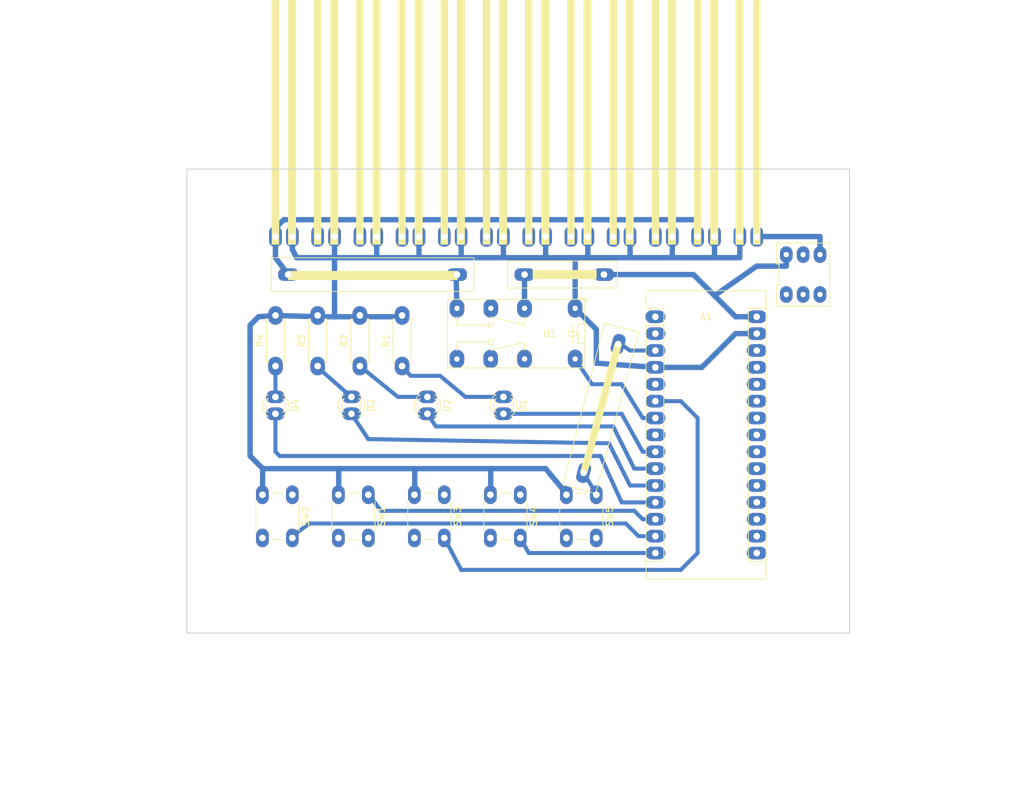
<source format=kicad_pcb>
(kicad_pcb (version 20171130) (host pcbnew "(5.1.7-0-10_14)")

  (general
    (thickness 1.65)
    (drawings 22)
    (tracks 135)
    (zones 0)
    (modules 47)
    (nets 1)
  )

  (page A4)
  (layers
    (0 F.Cu jumper)
    (31 B.Cu mixed)
    (32 B.Adhes user)
    (33 F.Adhes user)
    (34 B.Paste user)
    (35 F.Paste user)
    (36 B.SilkS user)
    (37 F.SilkS user)
    (38 B.Mask user)
    (39 F.Mask user)
    (40 Dwgs.User user)
    (41 Cmts.User user)
    (42 Eco1.User user)
    (43 Eco2.User user)
    (44 Edge.Cuts user)
    (45 Margin user)
    (46 B.CrtYd user)
    (47 F.CrtYd user)
    (48 B.Fab user)
    (49 F.Fab user)
  )

  (setup
    (last_trace_width 0.8128)
    (user_trace_width 0.4064)
    (user_trace_width 0.6096)
    (user_trace_width 0.8128)
    (user_trace_width 1.2192)
    (trace_clearance 0.2)
    (zone_clearance 0.508)
    (zone_45_only no)
    (trace_min 0.2)
    (via_size 0.8)
    (via_drill 0.4)
    (via_min_size 0.4)
    (via_min_drill 0.3)
    (uvia_size 0.3)
    (uvia_drill 0.1)
    (uvias_allowed no)
    (uvia_min_size 0.2)
    (uvia_min_drill 0.1)
    (edge_width 0.15)
    (segment_width 0.2)
    (pcb_text_width 0.4)
    (pcb_text_size 3 3)
    (mod_edge_width 0.12)
    (mod_text_size 1 1)
    (mod_text_width 0.15)
    (pad_size 1.9 2.5)
    (pad_drill 1)
    (pad_to_mask_clearance 0.051)
    (solder_mask_min_width 0.25)
    (aux_axis_origin 76.835 151.765)
    (grid_origin 77.47 151.13)
    (visible_elements FFFFFF7F)
    (pcbplotparams
      (layerselection 0x01000_ffffffff)
      (usegerberextensions false)
      (usegerberattributes false)
      (usegerberadvancedattributes false)
      (creategerberjobfile false)
      (excludeedgelayer true)
      (linewidth 0.100000)
      (plotframeref false)
      (viasonmask false)
      (mode 1)
      (useauxorigin true)
      (hpglpennumber 1)
      (hpglpenspeed 20)
      (hpglpendiameter 15.000000)
      (psnegative false)
      (psa4output false)
      (plotreference true)
      (plotvalue true)
      (plotinvisibletext false)
      (padsonsilk false)
      (subtractmaskfromsilk false)
      (outputformat 3)
      (mirror false)
      (drillshape 0)
      (scaleselection 1)
      (outputdirectory "out/"))
  )

  (net 0 "")

  (net_class Default "This is the default net class."
    (clearance 0.2)
    (trace_width 0.8128)
    (via_dia 0.8)
    (via_drill 0.4)
    (uvia_dia 0.3)
    (uvia_drill 0.1)
  )

  (module z_Wires:Jumper-Wire_20mm_Blue (layer F.Cu) (tedit 5EE68C8E) (tstamp 5E483861)
    (at 132.08 132.08 75)
    (descr "jumper wire 20mm blue")
    (tags "jumper wire 20mm")
    (fp_text reference REF** (at 0.635 -4.445 75) (layer F.SilkS) hide
      (effects (font (size 1 1) (thickness 0.15)))
    )
    (fp_text value Jumper-Wire_20mm_Blue (at 15.875 -5.08 75) (layer F.Fab)
      (effects (font (size 1 1) (thickness 0.15)))
    )
    (fp_line (start -2.54 -2.54) (end 22.606 -2.794) (layer F.SilkS) (width 0.12))
    (fp_line (start 22.606 -2.794) (end 22.606 2.54) (layer F.SilkS) (width 0.12))
    (fp_line (start 22.606 2.54) (end -2.54 2.54) (layer F.SilkS) (width 0.12))
    (fp_line (start -2.54 2.54) (end -2.54 -2.54) (layer F.SilkS) (width 0.12))
    (fp_poly (pts (xy 20.167169 0.508) (xy 0.152832 0.508) (xy 0.051663 -0.49031) (xy 20.066 -0.49031)) (layer F.SilkS) (width 0.1))
    (pad 1 thru_hole roundrect (at 0 0 75) (size 3 1.9) (drill 1) (layers *.Cu) (roundrect_rratio 0.421))
    (pad 2 thru_hole roundrect (at 20.066 0 75) (size 3 1.9) (drill 1) (layers *.Cu) (roundrect_rratio 0.421))
    (model ${KICAD_USER_3DMOD}/Jumper-Wire_20mm_Blue.step
      (offset (xyz 0 0 4))
      (scale (xyz 1 1 1))
      (rotate (xyz 0 0 0))
    )
  )

  (module z_Wires:Jumper-Wire_12mm_Blue (layer F.Cu) (tedit 5EE68BE8) (tstamp 5E4838FF)
    (at 123.19 102.235)
    (descr "jumper wire 12mm blue")
    (tags "jumper wire")
    (fp_text reference REF** (at -1.016 -3.302) (layer F.SilkS) hide
      (effects (font (size 1 1) (thickness 0.15)))
    )
    (fp_text value Jumper-Wire_12mm_Blue (at 12.446 -3.556) (layer F.Fab)
      (effects (font (size 1 1) (thickness 0.15)))
    )
    (fp_line (start -2.54 -2.032) (end 13.97 -2.032) (layer F.SilkS) (width 0.12))
    (fp_line (start 13.97 -2.032) (end 13.97 2.032) (layer F.SilkS) (width 0.12))
    (fp_line (start 13.97 2.032) (end -2.54 2.032) (layer F.SilkS) (width 0.12))
    (fp_line (start -2.54 2.032) (end -2.54 -2.032) (layer F.SilkS) (width 0.12))
    (fp_line (start -2.794 -2.286) (end 14.224 -2.286) (layer F.CrtYd) (width 0.12))
    (fp_line (start 14.224 -2.286) (end 14.224 2.286) (layer F.CrtYd) (width 0.12))
    (fp_line (start 14.224 2.286) (end -2.794 2.286) (layer F.CrtYd) (width 0.12))
    (fp_line (start -2.794 2.286) (end -2.794 -2.286) (layer F.CrtYd) (width 0.12))
    (fp_poly (pts (xy 10.795 0.635) (xy 1.27 0.635) (xy 1.27 -0.635) (xy 10.795 -0.635)) (layer F.SilkS) (width 0.1))
    (pad 1 thru_hole roundrect (at 0 0) (size 3 1.9) (drill 1) (layers *.Cu) (roundrect_rratio 0.421))
    (pad 2 thru_hole roundrect (at 11.938 0) (size 3 1.9) (drill 1) (layers *.Cu) (roundrect_rratio 0.421))
    (model ${KICAD_USER_3DMOD}/Jumper-Wire_12mm_Blue.step
      (offset (xyz 0 0 3.5))
      (scale (xyz 1 1 1))
      (rotate (xyz 0 0 0))
    )
  )

  (module z_Wires:Jumper-Wire_25mm_Blue (layer F.Cu) (tedit 5EE68CB8) (tstamp 5E483853)
    (at 87.63 102.235)
    (descr "jumper wire 25mm blue")
    (tags "jumper wire 25mm")
    (fp_text reference REF** (at 0.635 -4.445) (layer F.SilkS) hide
      (effects (font (size 1 1) (thickness 0.15)))
    )
    (fp_text value Jumper-Wire_25mm_Blue (at 15.875 -5.08) (layer F.Fab)
      (effects (font (size 1 1) (thickness 0.15)))
    )
    (fp_line (start -2.54 -2.54) (end 27.94 -2.54) (layer F.SilkS) (width 0.12))
    (fp_line (start 27.94 -2.54) (end 27.94 2.54) (layer F.SilkS) (width 0.12))
    (fp_line (start 27.94 2.54) (end -2.54 2.54) (layer F.SilkS) (width 0.12))
    (fp_line (start -2.54 2.54) (end -2.54 -2.54) (layer F.SilkS) (width 0.12))
    (fp_poly (pts (xy 25.451663 0.77969) (xy 0.051663 0.77969) (xy 0.051663 -0.49031) (xy 25.451663 -0.49031)) (layer F.SilkS) (width 0.1))
    (fp_line (start -3.175 -3.175) (end 28.575 -3.175) (layer F.CrtYd) (width 0.12))
    (fp_line (start 28.575 -3.175) (end 28.575 3.175) (layer F.CrtYd) (width 0.12))
    (fp_line (start 28.575 3.175) (end -3.175 3.175) (layer F.CrtYd) (width 0.12))
    (fp_line (start -3.175 3.175) (end -3.175 -3.175) (layer F.CrtYd) (width 0.12))
    (pad 1 thru_hole roundrect (at 0 0) (size 3 1.9) (drill 1) (layers *.Cu) (roundrect_rratio 0.421))
    (pad 2 thru_hole roundrect (at 25.4 0) (size 3 1.9) (drill 1) (layers *.Cu) (roundrect_rratio 0.421))
    (model ${KICAD_USER_3DMOD}/Jumper-Wire_25mm_BLUE.step
      (offset (xyz 0 0 4))
      (scale (xyz 1 1 1))
      (rotate (xyz 0 0 0))
    )
  )

  (module z_Wires:Wire_Red_Single (layer F.Cu) (tedit 5E478CA1) (tstamp 5E49D319)
    (at 158.115 96.52)
    (descr "wire red")
    (tags wire)
    (fp_text reference REF** (at 0 5.08) (layer F.SilkS) hide
      (effects (font (size 1 1) (thickness 0.15)))
    )
    (fp_text value Wire_Red_Single (at 0 2.54) (layer F.Fab)
      (effects (font (size 1 1) (thickness 0.15)))
    )
    (fp_poly (pts (xy 0.508 1.15623) (xy -0.508 1.15623) (xy -0.508 -35.56) (xy 0.508 -35.56)) (layer F.SilkS) (width 0.1))
    (pad 1 thru_hole roundrect (at 0 0) (size 1.9 3) (drill 1) (layers *.Cu) (roundrect_rratio 0.421))
    (model ${KICAD_USER_3DMOD}/Wire_Red.wrl
      (offset (xyz 0 0 0.5))
      (scale (xyz 0.4 0.4 0.4))
      (rotate (xyz 0 0 0))
    )
  )

  (module z_Wires:Wire_Black_Single (layer F.Cu) (tedit 5E498746) (tstamp 5E49D2F5)
    (at 155.575 96.52)
    (descr "wire black")
    (tags wire)
    (fp_text reference REF** (at 0 5.588) (layer F.SilkS) hide
      (effects (font (size 1 1) (thickness 0.15)))
    )
    (fp_text value Wire_Black_Single (at -0.254 3.556) (layer F.Fab)
      (effects (font (size 1 1) (thickness 0.15)))
    )
    (fp_poly (pts (xy 0.508 1.162866) (xy -0.601906 1.162867) (xy -0.601906 -35.56) (xy 0.508 -35.560001)) (layer F.SilkS) (width 0.1))
    (pad 1 thru_hole roundrect (at 0 0) (size 1.9 3) (drill 1) (layers *.Cu) (roundrect_rratio 0.421))
    (model ${KICAD_USER_3DMOD}/Wire_Black.wrl
      (offset (xyz 0 0 0.5))
      (scale (xyz 0.4 0.4 0.4))
      (rotate (xyz 0 0 0))
    )
  )

  (module z_Wires:Wire_Black_Single (layer F.Cu) (tedit 5E498746) (tstamp 5E49D2C0)
    (at 151.765 96.52)
    (descr "wire black")
    (tags wire)
    (fp_text reference REF** (at 0 5.588) (layer F.SilkS) hide
      (effects (font (size 1 1) (thickness 0.15)))
    )
    (fp_text value Wire_Black_Single (at -0.254 3.556) (layer F.Fab)
      (effects (font (size 1 1) (thickness 0.15)))
    )
    (fp_poly (pts (xy 0.508 1.162866) (xy -0.601906 1.162867) (xy -0.601906 -35.56) (xy 0.508 -35.560001)) (layer F.SilkS) (width 0.1))
    (pad 1 thru_hole roundrect (at 0 0) (size 1.9 3) (drill 1) (layers *.Cu) (roundrect_rratio 0.421))
    (model ${KICAD_USER_3DMOD}/Wire_Black.wrl
      (offset (xyz 0 0 0.5))
      (scale (xyz 0.4 0.4 0.4))
      (rotate (xyz 0 0 0))
    )
  )

  (module z_Wires:Wire_Black_Single (layer F.Cu) (tedit 5E498746) (tstamp 5E49D2A6)
    (at 145.415 96.52)
    (descr "wire black")
    (tags wire)
    (fp_text reference REF** (at 0 5.588) (layer F.SilkS) hide
      (effects (font (size 1 1) (thickness 0.15)))
    )
    (fp_text value Wire_Black_Single (at -0.254 3.556) (layer F.Fab)
      (effects (font (size 1 1) (thickness 0.15)))
    )
    (fp_poly (pts (xy 0.508 1.162866) (xy -0.601906 1.162867) (xy -0.601906 -35.56) (xy 0.508 -35.560001)) (layer F.SilkS) (width 0.1))
    (pad 1 thru_hole roundrect (at 0 0) (size 1.9 3) (drill 1) (layers *.Cu) (roundrect_rratio 0.421))
    (model ${KICAD_USER_3DMOD}/Wire_Black.wrl
      (offset (xyz 0 0 0.5))
      (scale (xyz 0.4 0.4 0.4))
      (rotate (xyz 0 0 0))
    )
  )

  (module z_Wires:Wire_Black_Single (layer F.Cu) (tedit 5E498746) (tstamp 5E49D28C)
    (at 139.065 96.52)
    (descr "wire black")
    (tags wire)
    (fp_text reference REF** (at 0 5.588) (layer F.SilkS) hide
      (effects (font (size 1 1) (thickness 0.15)))
    )
    (fp_text value Wire_Black_Single (at -0.254 3.556) (layer F.Fab)
      (effects (font (size 1 1) (thickness 0.15)))
    )
    (fp_poly (pts (xy 0.508 1.162866) (xy -0.601906 1.162867) (xy -0.601906 -35.56) (xy 0.508 -35.560001)) (layer F.SilkS) (width 0.1))
    (pad 1 thru_hole roundrect (at 0 0) (size 1.9 3) (drill 1) (layers *.Cu) (roundrect_rratio 0.421))
    (model ${KICAD_USER_3DMOD}/Wire_Black.wrl
      (offset (xyz 0 0 0.5))
      (scale (xyz 0.4 0.4 0.4))
      (rotate (xyz 0 0 0))
    )
  )

  (module z_Wires:Wire_Black_Single (layer F.Cu) (tedit 5E498746) (tstamp 5E49D272)
    (at 132.715 96.52)
    (descr "wire black")
    (tags wire)
    (fp_text reference REF** (at 0 5.588) (layer F.SilkS) hide
      (effects (font (size 1 1) (thickness 0.15)))
    )
    (fp_text value Wire_Black_Single (at -0.254 3.556) (layer F.Fab)
      (effects (font (size 1 1) (thickness 0.15)))
    )
    (fp_poly (pts (xy 0.508 1.162866) (xy -0.601906 1.162867) (xy -0.601906 -35.56) (xy 0.508 -35.560001)) (layer F.SilkS) (width 0.1))
    (pad 1 thru_hole roundrect (at 0 0) (size 1.9 3) (drill 1) (layers *.Cu) (roundrect_rratio 0.421))
    (model ${KICAD_USER_3DMOD}/Wire_Black.wrl
      (offset (xyz 0 0 0.5))
      (scale (xyz 0.4 0.4 0.4))
      (rotate (xyz 0 0 0))
    )
  )

  (module z_Wires:Wire_Black_Single (layer F.Cu) (tedit 5E498746) (tstamp 5E49D258)
    (at 126.365 96.52)
    (descr "wire black")
    (tags wire)
    (fp_text reference REF** (at 0 5.588) (layer F.SilkS) hide
      (effects (font (size 1 1) (thickness 0.15)))
    )
    (fp_text value Wire_Black_Single (at -0.254 3.556) (layer F.Fab)
      (effects (font (size 1 1) (thickness 0.15)))
    )
    (fp_poly (pts (xy 0.508 1.162866) (xy -0.601906 1.162867) (xy -0.601906 -35.56) (xy 0.508 -35.560001)) (layer F.SilkS) (width 0.1))
    (pad 1 thru_hole roundrect (at 0 0) (size 1.9 3) (drill 1) (layers *.Cu) (roundrect_rratio 0.421))
    (model ${KICAD_USER_3DMOD}/Wire_Black.wrl
      (offset (xyz 0 0 0.5))
      (scale (xyz 0.4 0.4 0.4))
      (rotate (xyz 0 0 0))
    )
  )

  (module z_Wires:Wire_Black_Single (layer F.Cu) (tedit 5E498746) (tstamp 5E49D23E)
    (at 120.015 96.52)
    (descr "wire black")
    (tags wire)
    (fp_text reference REF** (at 0 5.588) (layer F.SilkS) hide
      (effects (font (size 1 1) (thickness 0.15)))
    )
    (fp_text value Wire_Black_Single (at -0.254 3.556) (layer F.Fab)
      (effects (font (size 1 1) (thickness 0.15)))
    )
    (fp_poly (pts (xy 0.508 1.162866) (xy -0.601906 1.162867) (xy -0.601906 -35.56) (xy 0.508 -35.560001)) (layer F.SilkS) (width 0.1))
    (pad 1 thru_hole roundrect (at 0 0) (size 1.9 3) (drill 1) (layers *.Cu) (roundrect_rratio 0.421))
    (model ${KICAD_USER_3DMOD}/Wire_Black.wrl
      (offset (xyz 0 0 0.5))
      (scale (xyz 0.4 0.4 0.4))
      (rotate (xyz 0 0 0))
    )
  )

  (module z_Wires:Wire_Black_Single (layer F.Cu) (tedit 5E498746) (tstamp 5E49D224)
    (at 113.665 96.52)
    (descr "wire black")
    (tags wire)
    (fp_text reference REF** (at 0 5.588) (layer F.SilkS) hide
      (effects (font (size 1 1) (thickness 0.15)))
    )
    (fp_text value Wire_Black_Single (at -0.254 3.556) (layer F.Fab)
      (effects (font (size 1 1) (thickness 0.15)))
    )
    (fp_poly (pts (xy 0.508 1.162866) (xy -0.601906 1.162867) (xy -0.601906 -35.56) (xy 0.508 -35.560001)) (layer F.SilkS) (width 0.1))
    (pad 1 thru_hole roundrect (at 0 0) (size 1.9 3) (drill 1) (layers *.Cu) (roundrect_rratio 0.421))
    (model ${KICAD_USER_3DMOD}/Wire_Black.wrl
      (offset (xyz 0 0 0.5))
      (scale (xyz 0.4 0.4 0.4))
      (rotate (xyz 0 0 0))
    )
  )

  (module z_Wires:Wire_Black_Single (layer F.Cu) (tedit 5E498746) (tstamp 5E49D20A)
    (at 107.315 96.52)
    (descr "wire black")
    (tags wire)
    (fp_text reference REF** (at 0 5.588) (layer F.SilkS) hide
      (effects (font (size 1 1) (thickness 0.15)))
    )
    (fp_text value Wire_Black_Single (at -0.254 3.556) (layer F.Fab)
      (effects (font (size 1 1) (thickness 0.15)))
    )
    (fp_poly (pts (xy 0.508 1.162866) (xy -0.601906 1.162867) (xy -0.601906 -35.56) (xy 0.508 -35.560001)) (layer F.SilkS) (width 0.1))
    (pad 1 thru_hole roundrect (at 0 0) (size 1.9 3) (drill 1) (layers *.Cu) (roundrect_rratio 0.421))
    (model ${KICAD_USER_3DMOD}/Wire_Black.wrl
      (offset (xyz 0 0 0.5))
      (scale (xyz 0.4 0.4 0.4))
      (rotate (xyz 0 0 0))
    )
  )

  (module z_Wires:Wire_Black_Single (layer F.Cu) (tedit 5E498746) (tstamp 5E49D1F0)
    (at 100.965 96.52)
    (descr "wire black")
    (tags wire)
    (fp_text reference REF** (at 0 5.588) (layer F.SilkS) hide
      (effects (font (size 1 1) (thickness 0.15)))
    )
    (fp_text value Wire_Black_Single (at -0.254 3.556) (layer F.Fab)
      (effects (font (size 1 1) (thickness 0.15)))
    )
    (fp_poly (pts (xy 0.508 1.162866) (xy -0.601906 1.162867) (xy -0.601906 -35.56) (xy 0.508 -35.560001)) (layer F.SilkS) (width 0.1))
    (pad 1 thru_hole roundrect (at 0 0) (size 1.9 3) (drill 1) (layers *.Cu) (roundrect_rratio 0.421))
    (model ${KICAD_USER_3DMOD}/Wire_Black.wrl
      (offset (xyz 0 0 0.5))
      (scale (xyz 0.4 0.4 0.4))
      (rotate (xyz 0 0 0))
    )
  )

  (module z_Wires:Wire_Black_Single (layer F.Cu) (tedit 5E498746) (tstamp 5E49D1D6)
    (at 94.615 96.52)
    (descr "wire black")
    (tags wire)
    (fp_text reference REF** (at 0 5.588) (layer F.SilkS) hide
      (effects (font (size 1 1) (thickness 0.15)))
    )
    (fp_text value Wire_Black_Single (at -0.254 3.556) (layer F.Fab)
      (effects (font (size 1 1) (thickness 0.15)))
    )
    (fp_poly (pts (xy 0.508 1.162866) (xy -0.601906 1.162867) (xy -0.601906 -35.56) (xy 0.508 -35.560001)) (layer F.SilkS) (width 0.1))
    (pad 1 thru_hole roundrect (at 0 0) (size 1.9 3) (drill 1) (layers *.Cu) (roundrect_rratio 0.421))
    (model ${KICAD_USER_3DMOD}/Wire_Black.wrl
      (offset (xyz 0 0 0.5))
      (scale (xyz 0.4 0.4 0.4))
      (rotate (xyz 0 0 0))
    )
  )

  (module z_Wires:Wire_Black_Single (layer F.Cu) (tedit 5E498746) (tstamp 5E49D1BC)
    (at 88.265 96.52)
    (descr "wire black")
    (tags wire)
    (fp_text reference REF** (at 0 5.588) (layer F.SilkS) hide
      (effects (font (size 1 1) (thickness 0.15)))
    )
    (fp_text value Wire_Black_Single (at -0.254 3.556) (layer F.Fab)
      (effects (font (size 1 1) (thickness 0.15)))
    )
    (fp_poly (pts (xy 0.508 1.162866) (xy -0.601906 1.162867) (xy -0.601906 -35.56) (xy 0.508 -35.560001)) (layer F.SilkS) (width 0.1))
    (pad 1 thru_hole roundrect (at 0 0) (size 1.9 3) (drill 1) (layers *.Cu) (roundrect_rratio 0.421))
    (model ${KICAD_USER_3DMOD}/Wire_Black.wrl
      (offset (xyz 0 0 0.5))
      (scale (xyz 0.4 0.4 0.4))
      (rotate (xyz 0 0 0))
    )
  )

  (module z_Wires:Wire_Red_Single (layer F.Cu) (tedit 5E478CA1) (tstamp 5E49D17E)
    (at 149.225 96.52)
    (descr "wire red")
    (tags wire)
    (fp_text reference REF** (at 0 5.08) (layer F.SilkS) hide
      (effects (font (size 1 1) (thickness 0.15)))
    )
    (fp_text value Wire_Red_Single (at 0 2.54) (layer F.Fab)
      (effects (font (size 1 1) (thickness 0.15)))
    )
    (fp_poly (pts (xy 0.508 1.15623) (xy -0.508 1.15623) (xy -0.508 -35.56) (xy 0.508 -35.56)) (layer F.SilkS) (width 0.1))
    (pad 1 thru_hole roundrect (at 0 0) (size 1.9 3) (drill 1) (layers *.Cu) (roundrect_rratio 0.421))
    (model ${KICAD_USER_3DMOD}/Wire_Red.wrl
      (offset (xyz 0 0 0.5))
      (scale (xyz 0.4 0.4 0.4))
      (rotate (xyz 0 0 0))
    )
  )

  (module z_Wires:Wire_Red_Single (layer F.Cu) (tedit 5E478CA1) (tstamp 5E49D164)
    (at 142.875 96.52)
    (descr "wire red")
    (tags wire)
    (fp_text reference REF** (at 0 5.08) (layer F.SilkS) hide
      (effects (font (size 1 1) (thickness 0.15)))
    )
    (fp_text value Wire_Red_Single (at 0 2.54) (layer F.Fab)
      (effects (font (size 1 1) (thickness 0.15)))
    )
    (fp_poly (pts (xy 0.508 1.15623) (xy -0.508 1.15623) (xy -0.508 -35.56) (xy 0.508 -35.56)) (layer F.SilkS) (width 0.1))
    (pad 1 thru_hole roundrect (at 0 0) (size 1.9 3) (drill 1) (layers *.Cu) (roundrect_rratio 0.421))
    (model ${KICAD_USER_3DMOD}/Wire_Red.wrl
      (offset (xyz 0 0 0.5))
      (scale (xyz 0.4 0.4 0.4))
      (rotate (xyz 0 0 0))
    )
  )

  (module z_Wires:Wire_Red_Single (layer F.Cu) (tedit 5E478CA1) (tstamp 5E49D14A)
    (at 136.525 96.52)
    (descr "wire red")
    (tags wire)
    (fp_text reference REF** (at 0 5.08) (layer F.SilkS) hide
      (effects (font (size 1 1) (thickness 0.15)))
    )
    (fp_text value Wire_Red_Single (at 0 2.54) (layer F.Fab)
      (effects (font (size 1 1) (thickness 0.15)))
    )
    (fp_poly (pts (xy 0.508 1.15623) (xy -0.508 1.15623) (xy -0.508 -35.56) (xy 0.508 -35.56)) (layer F.SilkS) (width 0.1))
    (pad 1 thru_hole roundrect (at 0 0) (size 1.9 3) (drill 1) (layers *.Cu) (roundrect_rratio 0.421))
    (model ${KICAD_USER_3DMOD}/Wire_Red.wrl
      (offset (xyz 0 0 0.5))
      (scale (xyz 0.4 0.4 0.4))
      (rotate (xyz 0 0 0))
    )
  )

  (module z_Wires:Wire_Red_Single (layer F.Cu) (tedit 5E478CA1) (tstamp 5E49D130)
    (at 130.175 96.52)
    (descr "wire red")
    (tags wire)
    (fp_text reference REF** (at 0 5.08) (layer F.SilkS) hide
      (effects (font (size 1 1) (thickness 0.15)))
    )
    (fp_text value Wire_Red_Single (at 0 2.54) (layer F.Fab)
      (effects (font (size 1 1) (thickness 0.15)))
    )
    (fp_poly (pts (xy 0.508 1.15623) (xy -0.508 1.15623) (xy -0.508 -35.56) (xy 0.508 -35.56)) (layer F.SilkS) (width 0.1))
    (pad 1 thru_hole roundrect (at 0 0) (size 1.9 3) (drill 1) (layers *.Cu) (roundrect_rratio 0.421))
    (model ${KICAD_USER_3DMOD}/Wire_Red.wrl
      (offset (xyz 0 0 0.5))
      (scale (xyz 0.4 0.4 0.4))
      (rotate (xyz 0 0 0))
    )
  )

  (module z_Wires:Wire_Red_Single (layer F.Cu) (tedit 5E478CA1) (tstamp 5E49D116)
    (at 123.825 96.52)
    (descr "wire red")
    (tags wire)
    (fp_text reference REF** (at 0 5.08) (layer F.SilkS) hide
      (effects (font (size 1 1) (thickness 0.15)))
    )
    (fp_text value Wire_Red_Single (at 0 2.54) (layer F.Fab)
      (effects (font (size 1 1) (thickness 0.15)))
    )
    (fp_poly (pts (xy 0.508 1.15623) (xy -0.508 1.15623) (xy -0.508 -35.56) (xy 0.508 -35.56)) (layer F.SilkS) (width 0.1))
    (pad 1 thru_hole roundrect (at 0 0) (size 1.9 3) (drill 1) (layers *.Cu) (roundrect_rratio 0.421))
    (model ${KICAD_USER_3DMOD}/Wire_Red.wrl
      (offset (xyz 0 0 0.5))
      (scale (xyz 0.4 0.4 0.4))
      (rotate (xyz 0 0 0))
    )
  )

  (module z_Wires:Wire_Red_Single (layer F.Cu) (tedit 5E478CA1) (tstamp 5E49D0FC)
    (at 117.475 96.52)
    (descr "wire red")
    (tags wire)
    (fp_text reference REF** (at 0 5.08) (layer F.SilkS) hide
      (effects (font (size 1 1) (thickness 0.15)))
    )
    (fp_text value Wire_Red_Single (at 0 2.54) (layer F.Fab)
      (effects (font (size 1 1) (thickness 0.15)))
    )
    (fp_poly (pts (xy 0.508 1.15623) (xy -0.508 1.15623) (xy -0.508 -35.56) (xy 0.508 -35.56)) (layer F.SilkS) (width 0.1))
    (pad 1 thru_hole roundrect (at 0 0) (size 1.9 3) (drill 1) (layers *.Cu) (roundrect_rratio 0.421))
    (model ${KICAD_USER_3DMOD}/Wire_Red.wrl
      (offset (xyz 0 0 0.5))
      (scale (xyz 0.4 0.4 0.4))
      (rotate (xyz 0 0 0))
    )
  )

  (module z_Wires:Wire_Red_Single (layer F.Cu) (tedit 5E478CA1) (tstamp 5E49D0E2)
    (at 111.125 96.52)
    (descr "wire red")
    (tags wire)
    (fp_text reference REF** (at 0 5.08) (layer F.SilkS) hide
      (effects (font (size 1 1) (thickness 0.15)))
    )
    (fp_text value Wire_Red_Single (at 0 2.54) (layer F.Fab)
      (effects (font (size 1 1) (thickness 0.15)))
    )
    (fp_poly (pts (xy 0.508 1.15623) (xy -0.508 1.15623) (xy -0.508 -35.56) (xy 0.508 -35.56)) (layer F.SilkS) (width 0.1))
    (pad 1 thru_hole roundrect (at 0 0) (size 1.9 3) (drill 1) (layers *.Cu) (roundrect_rratio 0.421))
    (model ${KICAD_USER_3DMOD}/Wire_Red.wrl
      (offset (xyz 0 0 0.5))
      (scale (xyz 0.4 0.4 0.4))
      (rotate (xyz 0 0 0))
    )
  )

  (module z_Wires:Wire_Red_Single (layer F.Cu) (tedit 5E478CA1) (tstamp 5E49D0C8)
    (at 104.775 96.52)
    (descr "wire red")
    (tags wire)
    (fp_text reference REF** (at 0 5.08) (layer F.SilkS) hide
      (effects (font (size 1 1) (thickness 0.15)))
    )
    (fp_text value Wire_Red_Single (at 0 2.54) (layer F.Fab)
      (effects (font (size 1 1) (thickness 0.15)))
    )
    (fp_poly (pts (xy 0.508 1.15623) (xy -0.508 1.15623) (xy -0.508 -35.56) (xy 0.508 -35.56)) (layer F.SilkS) (width 0.1))
    (pad 1 thru_hole roundrect (at 0 0) (size 1.9 3) (drill 1) (layers *.Cu) (roundrect_rratio 0.421))
    (model ${KICAD_USER_3DMOD}/Wire_Red.wrl
      (offset (xyz 0 0 0.5))
      (scale (xyz 0.4 0.4 0.4))
      (rotate (xyz 0 0 0))
    )
  )

  (module z_Wires:Wire_Red_Single (layer F.Cu) (tedit 5E478CA1) (tstamp 5E49D0AE)
    (at 98.425 96.52)
    (descr "wire red")
    (tags wire)
    (fp_text reference REF** (at 0 5.08) (layer F.SilkS) hide
      (effects (font (size 1 1) (thickness 0.15)))
    )
    (fp_text value Wire_Red_Single (at 0 2.54) (layer F.Fab)
      (effects (font (size 1 1) (thickness 0.15)))
    )
    (fp_poly (pts (xy 0.508 1.15623) (xy -0.508 1.15623) (xy -0.508 -35.56) (xy 0.508 -35.56)) (layer F.SilkS) (width 0.1))
    (pad 1 thru_hole roundrect (at 0 0) (size 1.9 3) (drill 1) (layers *.Cu) (roundrect_rratio 0.421))
    (model ${KICAD_USER_3DMOD}/Wire_Red.wrl
      (offset (xyz 0 0 0.5))
      (scale (xyz 0.4 0.4 0.4))
      (rotate (xyz 0 0 0))
    )
  )

  (module z_Wires:Wire_Red_Single (layer F.Cu) (tedit 5E478CA1) (tstamp 5E49D094)
    (at 92.075 96.52)
    (descr "wire red")
    (tags wire)
    (fp_text reference REF** (at 0 5.08) (layer F.SilkS) hide
      (effects (font (size 1 1) (thickness 0.15)))
    )
    (fp_text value Wire_Red_Single (at 0 2.54) (layer F.Fab)
      (effects (font (size 1 1) (thickness 0.15)))
    )
    (fp_poly (pts (xy 0.508 1.15623) (xy -0.508 1.15623) (xy -0.508 -35.56) (xy 0.508 -35.56)) (layer F.SilkS) (width 0.1))
    (pad 1 thru_hole roundrect (at 0 0) (size 1.9 3) (drill 1) (layers *.Cu) (roundrect_rratio 0.421))
    (model ${KICAD_USER_3DMOD}/Wire_Red.wrl
      (offset (xyz 0 0 0.5))
      (scale (xyz 0.4 0.4 0.4))
      (rotate (xyz 0 0 0))
    )
  )

  (module z_Wires:Wire_Red_Single (layer F.Cu) (tedit 5E478CA1) (tstamp 5E49D07A)
    (at 85.725 96.52)
    (descr "wire red")
    (tags wire)
    (fp_text reference REF** (at 0 5.08) (layer F.SilkS) hide
      (effects (font (size 1 1) (thickness 0.15)))
    )
    (fp_text value Wire_Red_Single (at 0 2.54) (layer F.Fab)
      (effects (font (size 1 1) (thickness 0.15)))
    )
    (fp_poly (pts (xy 0.508 1.15623) (xy -0.508 1.15623) (xy -0.508 -35.56) (xy 0.508 -35.56)) (layer F.SilkS) (width 0.1))
    (pad 1 thru_hole roundrect (at 0 0) (size 1.9 3) (drill 1) (layers *.Cu) (roundrect_rratio 0.421))
    (model ${KICAD_USER_3DMOD}/Wire_Red.wrl
      (offset (xyz 0 0 0.5))
      (scale (xyz 0.4 0.4 0.4))
      (rotate (xyz 0 0 0))
    )
  )

  (module z_Switches:SW_DPDT_XLX (layer F.Cu) (tedit 5E496928) (tstamp 5E483A9C)
    (at 165.1 102.235)
    (descr "DPDT Latching")
    (tags "SW DPDT")
    (fp_text reference REF** (at 0.635 -6.35 180) (layer F.SilkS) hide
      (effects (font (size 1 1) (thickness 0.15)))
    )
    (fp_text value SW_DPDT_XLX (at 0 -6.985) (layer F.Fab)
      (effects (font (size 1 1) (thickness 0.15)))
    )
    (fp_line (start -3.99 4.75) (end 3.989999 4.75) (layer F.SilkS) (width 0.12))
    (fp_line (start 3.989999 4.75) (end 3.99 -4.75) (layer F.SilkS) (width 0.12))
    (fp_line (start 3.99 -4.75) (end -3.989999 -4.75) (layer F.SilkS) (width 0.12))
    (fp_line (start -3.989999 -4.75) (end -3.99 -1.583333) (layer F.SilkS) (width 0.12))
    (fp_line (start -3.99 -1.583333) (end -3.63 -1.583333) (layer F.SilkS) (width 0.12))
    (fp_line (start -3.63 -1.583333) (end -3.63 1.583333) (layer F.SilkS) (width 0.12))
    (fp_line (start -3.63 1.583333) (end -3.99 1.583333) (layer F.SilkS) (width 0.12))
    (fp_line (start -3.99 1.583333) (end -3.99 4.75) (layer F.SilkS) (width 0.12))
    (fp_line (start -3.74 -4.5) (end 3.74 -4.5) (layer F.CrtYd) (width 0.05))
    (fp_line (start 3.74 -4.5) (end 3.74 4.5) (layer F.CrtYd) (width 0.05))
    (fp_line (start 3.74 4.5) (end -3.74 4.5) (layer F.CrtYd) (width 0.05))
    (fp_line (start -3.74 4.5) (end -3.74 -4.5) (layer F.CrtYd) (width 0.05))
    (pad 6 thru_hole oval (at -2.54 -3) (size 1.9 2.5) (drill 0.8) (layers *.Cu))
    (pad 1 thru_hole oval (at -2.54 3) (size 1.9 2.5) (drill 0.8) (layers *.Cu))
    (pad 5 thru_hole oval (at 0 -3) (size 1.9 2.5) (drill 0.8) (layers *.Cu))
    (pad 2 thru_hole oval (at 0 3) (size 1.9 2.5) (drill 0.8) (layers *.Cu))
    (pad 4 thru_hole oval (at 2.54 -3) (size 1.9 2.5) (drill 0.8) (layers *.Cu))
    (pad 3 thru_hole oval (at 2.54 3) (size 1.9 2.5) (drill 0.8) (layers *.Cu))
    (model ${KICAD_USER_3DMOD}/SW_Btn_XLX.step
      (at (xyz 0 0 0))
      (scale (xyz 1 1 1))
      (rotate (xyz 0 0 0))
    )
  )

  (module z_Devices:LED_D3.0mm (layer F.Cu) (tedit 5E496C06) (tstamp 5E483A8A)
    (at 97.155 120.65 270)
    (descr "LED, diameter 3.0mm, 2 pins")
    (tags "LED diameter 3.0mm 2 pins")
    (path /5DFCDA1D)
    (fp_text reference D3 (at 1.27 -2.96 90) (layer F.SilkS)
      (effects (font (size 1 1) (thickness 0.15)))
    )
    (fp_text value LED (at 1.27 2.96 90) (layer F.Fab)
      (effects (font (size 1 1) (thickness 0.15)))
    )
    (fp_circle (center 1.27 0) (end 2.77 0) (layer F.Fab) (width 0.1))
    (fp_line (start -0.23 -1.16619) (end -0.23 1.16619) (layer F.Fab) (width 0.1))
    (fp_line (start -0.29 -1.236) (end -0.29 -1.08) (layer F.SilkS) (width 0.12))
    (fp_line (start -0.29 1.08) (end -0.29 1.236) (layer F.SilkS) (width 0.12))
    (fp_line (start -1.15 -2.25) (end -1.15 2.25) (layer F.CrtYd) (width 0.05))
    (fp_line (start -1.15 2.25) (end 3.7 2.25) (layer F.CrtYd) (width 0.05))
    (fp_line (start 3.7 2.25) (end 3.7 -2.25) (layer F.CrtYd) (width 0.05))
    (fp_line (start 3.7 -2.25) (end -1.15 -2.25) (layer F.CrtYd) (width 0.05))
    (fp_arc (start 1.27 0) (end -0.23 -1.16619) (angle 284.3) (layer F.Fab) (width 0.1))
    (fp_arc (start 1.27 0) (end -0.29 -1.235516) (angle 108.8) (layer F.SilkS) (width 0.12))
    (fp_arc (start 1.27 0) (end -0.29 1.235516) (angle -108.8) (layer F.SilkS) (width 0.12))
    (fp_arc (start 1.27 0) (end 0.229039 -1.08) (angle 87.9) (layer F.SilkS) (width 0.12))
    (fp_arc (start 1.27 0) (end 0.229039 1.08) (angle -87.9) (layer F.SilkS) (width 0.12))
    (pad 1 thru_hole oval (at 0 0 270) (size 1.9 2.8) (drill 1) (layers *.Cu))
    (pad 2 thru_hole oval (at 2.54 0 270) (size 1.9 2.8) (drill 1) (layers *.Cu))
    (model ${KISYS3DMOD}/LED_THT.3dshapes/LED_D3.0mm.wrl
      (at (xyz 0 0 0))
      (scale (xyz 1 1 1))
      (rotate (xyz 0 0 0))
    )
  )

  (module z_Devices:LED_D3.0mm (layer F.Cu) (tedit 5E496C06) (tstamp 5E483A78)
    (at 108.585 120.65 270)
    (descr "LED, diameter 3.0mm, 2 pins")
    (tags "LED diameter 3.0mm 2 pins")
    (path /5DFCD1A8)
    (fp_text reference D2 (at 1.27 -2.96 90) (layer F.SilkS)
      (effects (font (size 1 1) (thickness 0.15)))
    )
    (fp_text value LED (at 1.27 2.96 90) (layer F.Fab)
      (effects (font (size 1 1) (thickness 0.15)))
    )
    (fp_circle (center 1.27 0) (end 2.77 0) (layer F.Fab) (width 0.1))
    (fp_line (start -0.23 -1.16619) (end -0.23 1.16619) (layer F.Fab) (width 0.1))
    (fp_line (start -0.29 -1.236) (end -0.29 -1.08) (layer F.SilkS) (width 0.12))
    (fp_line (start -0.29 1.08) (end -0.29 1.236) (layer F.SilkS) (width 0.12))
    (fp_line (start -1.15 -2.25) (end -1.15 2.25) (layer F.CrtYd) (width 0.05))
    (fp_line (start -1.15 2.25) (end 3.7 2.25) (layer F.CrtYd) (width 0.05))
    (fp_line (start 3.7 2.25) (end 3.7 -2.25) (layer F.CrtYd) (width 0.05))
    (fp_line (start 3.7 -2.25) (end -1.15 -2.25) (layer F.CrtYd) (width 0.05))
    (fp_arc (start 1.27 0) (end -0.23 -1.16619) (angle 284.3) (layer F.Fab) (width 0.1))
    (fp_arc (start 1.27 0) (end -0.29 -1.235516) (angle 108.8) (layer F.SilkS) (width 0.12))
    (fp_arc (start 1.27 0) (end -0.29 1.235516) (angle -108.8) (layer F.SilkS) (width 0.12))
    (fp_arc (start 1.27 0) (end 0.229039 -1.08) (angle 87.9) (layer F.SilkS) (width 0.12))
    (fp_arc (start 1.27 0) (end 0.229039 1.08) (angle -87.9) (layer F.SilkS) (width 0.12))
    (pad 1 thru_hole oval (at 0 0 270) (size 1.9 2.8) (drill 1) (layers *.Cu))
    (pad 2 thru_hole oval (at 2.54 0 270) (size 1.9 2.8) (drill 1) (layers *.Cu))
    (model ${KISYS3DMOD}/LED_THT.3dshapes/LED_D3.0mm.wrl
      (at (xyz 0 0 0))
      (scale (xyz 1 1 1))
      (rotate (xyz 0 0 0))
    )
  )

  (module z_Devices:LED_D3.0mm (layer F.Cu) (tedit 5E496C06) (tstamp 5E483A66)
    (at 120.015 120.65 270)
    (descr "LED, diameter 3.0mm, 2 pins")
    (tags "LED diameter 3.0mm 2 pins")
    (path /5DFCC197)
    (fp_text reference D1 (at 1.27 -2.96 90) (layer F.SilkS)
      (effects (font (size 1 1) (thickness 0.15)))
    )
    (fp_text value LED (at 1.27 2.96 90) (layer F.Fab)
      (effects (font (size 1 1) (thickness 0.15)))
    )
    (fp_circle (center 1.27 0) (end 2.77 0) (layer F.Fab) (width 0.1))
    (fp_line (start -0.23 -1.16619) (end -0.23 1.16619) (layer F.Fab) (width 0.1))
    (fp_line (start -0.29 -1.236) (end -0.29 -1.08) (layer F.SilkS) (width 0.12))
    (fp_line (start -0.29 1.08) (end -0.29 1.236) (layer F.SilkS) (width 0.12))
    (fp_line (start -1.15 -2.25) (end -1.15 2.25) (layer F.CrtYd) (width 0.05))
    (fp_line (start -1.15 2.25) (end 3.7 2.25) (layer F.CrtYd) (width 0.05))
    (fp_line (start 3.7 2.25) (end 3.7 -2.25) (layer F.CrtYd) (width 0.05))
    (fp_line (start 3.7 -2.25) (end -1.15 -2.25) (layer F.CrtYd) (width 0.05))
    (fp_arc (start 1.27 0) (end -0.23 -1.16619) (angle 284.3) (layer F.Fab) (width 0.1))
    (fp_arc (start 1.27 0) (end -0.29 -1.235516) (angle 108.8) (layer F.SilkS) (width 0.12))
    (fp_arc (start 1.27 0) (end -0.29 1.235516) (angle -108.8) (layer F.SilkS) (width 0.12))
    (fp_arc (start 1.27 0) (end 0.229039 -1.08) (angle 87.9) (layer F.SilkS) (width 0.12))
    (fp_arc (start 1.27 0) (end 0.229039 1.08) (angle -87.9) (layer F.SilkS) (width 0.12))
    (pad 1 thru_hole oval (at 0 0 270) (size 1.9 2.8) (drill 1) (layers *.Cu))
    (pad 2 thru_hole oval (at 2.54 0 270) (size 1.9 2.8) (drill 1) (layers *.Cu))
    (model ${KISYS3DMOD}/LED_THT.3dshapes/LED_D3.0mm.wrl
      (at (xyz 0 0 0))
      (scale (xyz 1 1 1))
      (rotate (xyz 0 0 0))
    )
  )

  (module z_Switches:SW_PUSH_6mm (layer F.Cu) (tedit 5E4969FA) (tstamp 5E483A48)
    (at 88.265 135.374231 270)
    (descr https://www.omron.com/ecb/products/pdf/en-b3f.pdf)
    (tags "tact sw push 6mm")
    (path /5DFC05AB)
    (fp_text reference SW2 (at 3.25 -2 90) (layer F.SilkS)
      (effects (font (size 1 1) (thickness 0.15)))
    )
    (fp_text value SW_Push (at 3.75 6.7 90) (layer F.Fab)
      (effects (font (size 1 1) (thickness 0.15)))
    )
    (fp_line (start 3.25 -0.75) (end 6.25 -0.75) (layer F.Fab) (width 0.1))
    (fp_line (start 6.25 -0.75) (end 6.25 5.25) (layer F.Fab) (width 0.1))
    (fp_line (start 6.25 5.25) (end 0.25 5.25) (layer F.Fab) (width 0.1))
    (fp_line (start 0.25 5.25) (end 0.25 -0.75) (layer F.Fab) (width 0.1))
    (fp_line (start 0.25 -0.75) (end 3.25 -0.75) (layer F.Fab) (width 0.1))
    (fp_line (start 7.75 6) (end 8 6) (layer F.CrtYd) (width 0.05))
    (fp_line (start 8 6) (end 8 5.75) (layer F.CrtYd) (width 0.05))
    (fp_line (start 7.75 -1.5) (end 8 -1.5) (layer F.CrtYd) (width 0.05))
    (fp_line (start 8 -1.5) (end 8 -1.25) (layer F.CrtYd) (width 0.05))
    (fp_line (start -1.5 -1.25) (end -1.5 -1.5) (layer F.CrtYd) (width 0.05))
    (fp_line (start -1.5 -1.5) (end -1.25 -1.5) (layer F.CrtYd) (width 0.05))
    (fp_line (start -1.5 5.75) (end -1.5 6) (layer F.CrtYd) (width 0.05))
    (fp_line (start -1.5 6) (end -1.25 6) (layer F.CrtYd) (width 0.05))
    (fp_line (start -1.25 -1.5) (end 7.75 -1.5) (layer F.CrtYd) (width 0.05))
    (fp_line (start -1.5 5.75) (end -1.5 -1.25) (layer F.CrtYd) (width 0.05))
    (fp_line (start 7.75 6) (end -1.25 6) (layer F.CrtYd) (width 0.05))
    (fp_line (start 8 -1.25) (end 8 5.75) (layer F.CrtYd) (width 0.05))
    (fp_line (start 1 5.5) (end 5.5 5.5) (layer F.SilkS) (width 0.12))
    (fp_line (start -0.25 1.5) (end -0.25 3) (layer F.SilkS) (width 0.12))
    (fp_line (start 5.5 -1) (end 1 -1) (layer F.SilkS) (width 0.12))
    (fp_line (start 6.75 3) (end 6.75 1.5) (layer F.SilkS) (width 0.12))
    (fp_circle (center 3.25 2.25) (end 1.25 2.5) (layer F.Fab) (width 0.1))
    (fp_text user %R (at 3.25 2.25 90) (layer F.Fab)
      (effects (font (size 1 1) (thickness 0.15)))
    )
    (pad 2 thru_hole oval (at 0 4.5) (size 1.9 2.8) (drill 1) (layers *.Cu))
    (pad 1 thru_hole oval (at 0 0) (size 1.9 2.8) (drill 1) (layers *.Cu))
    (pad 2 thru_hole oval (at 6.5 4.5) (size 1.9 2.8) (drill 1) (layers *.Cu))
    (pad 1 thru_hole oval (at 6.5 0) (size 1.9 2.8) (drill 1) (layers *.Cu))
    (model ${KISYS3DMOD}/Button_Switch_THT.3dshapes/SW_PUSH_6mm.wrl
      (at (xyz 0 0 0))
      (scale (xyz 1 1 1))
      (rotate (xyz 0 0 0))
    )
  )

  (module z_Switches:SW_PUSH_6mm (layer F.Cu) (tedit 5E4969FA) (tstamp 5E483A2A)
    (at 99.695 135.374231 270)
    (descr https://www.omron.com/ecb/products/pdf/en-b3f.pdf)
    (tags "tact sw push 6mm")
    (path /5DFBF741)
    (fp_text reference SW1 (at 3.25 -2 90) (layer F.SilkS)
      (effects (font (size 1 1) (thickness 0.15)))
    )
    (fp_text value SW_Push (at 3.75 6.7 90) (layer F.Fab)
      (effects (font (size 1 1) (thickness 0.15)))
    )
    (fp_line (start 3.25 -0.75) (end 6.25 -0.75) (layer F.Fab) (width 0.1))
    (fp_line (start 6.25 -0.75) (end 6.25 5.25) (layer F.Fab) (width 0.1))
    (fp_line (start 6.25 5.25) (end 0.25 5.25) (layer F.Fab) (width 0.1))
    (fp_line (start 0.25 5.25) (end 0.25 -0.75) (layer F.Fab) (width 0.1))
    (fp_line (start 0.25 -0.75) (end 3.25 -0.75) (layer F.Fab) (width 0.1))
    (fp_line (start 7.75 6) (end 8 6) (layer F.CrtYd) (width 0.05))
    (fp_line (start 8 6) (end 8 5.75) (layer F.CrtYd) (width 0.05))
    (fp_line (start 7.75 -1.5) (end 8 -1.5) (layer F.CrtYd) (width 0.05))
    (fp_line (start 8 -1.5) (end 8 -1.25) (layer F.CrtYd) (width 0.05))
    (fp_line (start -1.5 -1.25) (end -1.5 -1.5) (layer F.CrtYd) (width 0.05))
    (fp_line (start -1.5 -1.5) (end -1.25 -1.5) (layer F.CrtYd) (width 0.05))
    (fp_line (start -1.5 5.75) (end -1.5 6) (layer F.CrtYd) (width 0.05))
    (fp_line (start -1.5 6) (end -1.25 6) (layer F.CrtYd) (width 0.05))
    (fp_line (start -1.25 -1.5) (end 7.75 -1.5) (layer F.CrtYd) (width 0.05))
    (fp_line (start -1.5 5.75) (end -1.5 -1.25) (layer F.CrtYd) (width 0.05))
    (fp_line (start 7.75 6) (end -1.25 6) (layer F.CrtYd) (width 0.05))
    (fp_line (start 8 -1.25) (end 8 5.75) (layer F.CrtYd) (width 0.05))
    (fp_line (start 1 5.5) (end 5.5 5.5) (layer F.SilkS) (width 0.12))
    (fp_line (start -0.25 1.5) (end -0.25 3) (layer F.SilkS) (width 0.12))
    (fp_line (start 5.5 -1) (end 1 -1) (layer F.SilkS) (width 0.12))
    (fp_line (start 6.75 3) (end 6.75 1.5) (layer F.SilkS) (width 0.12))
    (fp_circle (center 3.25 2.25) (end 1.25 2.5) (layer F.Fab) (width 0.1))
    (fp_text user %R (at 3.25 2.25 90) (layer F.Fab)
      (effects (font (size 1 1) (thickness 0.15)))
    )
    (pad 2 thru_hole oval (at 0 4.5) (size 1.9 2.8) (drill 1) (layers *.Cu))
    (pad 1 thru_hole oval (at 0 0) (size 1.9 2.8) (drill 1) (layers *.Cu))
    (pad 2 thru_hole oval (at 6.5 4.5) (size 1.9 2.8) (drill 1) (layers *.Cu))
    (pad 1 thru_hole oval (at 6.5 0) (size 1.9 2.8) (drill 1) (layers *.Cu))
    (model ${KISYS3DMOD}/Button_Switch_THT.3dshapes/SW_PUSH_6mm.wrl
      (at (xyz 0 0 0))
      (scale (xyz 1 1 1))
      (rotate (xyz 0 0 0))
    )
  )

  (module z_Switches:SW_PUSH_6mm (layer F.Cu) (tedit 5E4969FA) (tstamp 5E483A0C)
    (at 111.125 135.374231 270)
    (descr https://www.omron.com/ecb/products/pdf/en-b3f.pdf)
    (tags "tact sw push 6mm")
    (path /5DFC0AAD)
    (fp_text reference SW3 (at 3.25 -2 90) (layer F.SilkS)
      (effects (font (size 1 1) (thickness 0.15)))
    )
    (fp_text value SW_Push (at 3.75 6.7 90) (layer F.Fab)
      (effects (font (size 1 1) (thickness 0.15)))
    )
    (fp_line (start 3.25 -0.75) (end 6.25 -0.75) (layer F.Fab) (width 0.1))
    (fp_line (start 6.25 -0.75) (end 6.25 5.25) (layer F.Fab) (width 0.1))
    (fp_line (start 6.25 5.25) (end 0.25 5.25) (layer F.Fab) (width 0.1))
    (fp_line (start 0.25 5.25) (end 0.25 -0.75) (layer F.Fab) (width 0.1))
    (fp_line (start 0.25 -0.75) (end 3.25 -0.75) (layer F.Fab) (width 0.1))
    (fp_line (start 7.75 6) (end 8 6) (layer F.CrtYd) (width 0.05))
    (fp_line (start 8 6) (end 8 5.75) (layer F.CrtYd) (width 0.05))
    (fp_line (start 7.75 -1.5) (end 8 -1.5) (layer F.CrtYd) (width 0.05))
    (fp_line (start 8 -1.5) (end 8 -1.25) (layer F.CrtYd) (width 0.05))
    (fp_line (start -1.5 -1.25) (end -1.5 -1.5) (layer F.CrtYd) (width 0.05))
    (fp_line (start -1.5 -1.5) (end -1.25 -1.5) (layer F.CrtYd) (width 0.05))
    (fp_line (start -1.5 5.75) (end -1.5 6) (layer F.CrtYd) (width 0.05))
    (fp_line (start -1.5 6) (end -1.25 6) (layer F.CrtYd) (width 0.05))
    (fp_line (start -1.25 -1.5) (end 7.75 -1.5) (layer F.CrtYd) (width 0.05))
    (fp_line (start -1.5 5.75) (end -1.5 -1.25) (layer F.CrtYd) (width 0.05))
    (fp_line (start 7.75 6) (end -1.25 6) (layer F.CrtYd) (width 0.05))
    (fp_line (start 8 -1.25) (end 8 5.75) (layer F.CrtYd) (width 0.05))
    (fp_line (start 1 5.5) (end 5.5 5.5) (layer F.SilkS) (width 0.12))
    (fp_line (start -0.25 1.5) (end -0.25 3) (layer F.SilkS) (width 0.12))
    (fp_line (start 5.5 -1) (end 1 -1) (layer F.SilkS) (width 0.12))
    (fp_line (start 6.75 3) (end 6.75 1.5) (layer F.SilkS) (width 0.12))
    (fp_circle (center 3.25 2.25) (end 1.25 2.5) (layer F.Fab) (width 0.1))
    (fp_text user %R (at 3.25 2.25 90) (layer F.Fab)
      (effects (font (size 1 1) (thickness 0.15)))
    )
    (pad 2 thru_hole oval (at 0 4.5) (size 1.9 2.8) (drill 1) (layers *.Cu))
    (pad 1 thru_hole oval (at 0 0) (size 1.9 2.8) (drill 1) (layers *.Cu))
    (pad 2 thru_hole oval (at 6.5 4.5) (size 1.9 2.8) (drill 1) (layers *.Cu))
    (pad 1 thru_hole oval (at 6.5 0) (size 1.9 2.8) (drill 1) (layers *.Cu))
    (model ${KISYS3DMOD}/Button_Switch_THT.3dshapes/SW_PUSH_6mm.wrl
      (at (xyz 0 0 0))
      (scale (xyz 1 1 1))
      (rotate (xyz 0 0 0))
    )
  )

  (module z_Switches:SW_PUSH_6mm (layer F.Cu) (tedit 5E4969FA) (tstamp 5E4839EE)
    (at 122.555 135.374231 270)
    (descr https://www.omron.com/ecb/products/pdf/en-b3f.pdf)
    (tags "tact sw push 6mm")
    (path /5DFC129E)
    (fp_text reference SW4 (at 3.25 -2 90) (layer F.SilkS)
      (effects (font (size 1 1) (thickness 0.15)))
    )
    (fp_text value SW_Push (at 3.75 6.7 90) (layer F.Fab)
      (effects (font (size 1 1) (thickness 0.15)))
    )
    (fp_line (start 3.25 -0.75) (end 6.25 -0.75) (layer F.Fab) (width 0.1))
    (fp_line (start 6.25 -0.75) (end 6.25 5.25) (layer F.Fab) (width 0.1))
    (fp_line (start 6.25 5.25) (end 0.25 5.25) (layer F.Fab) (width 0.1))
    (fp_line (start 0.25 5.25) (end 0.25 -0.75) (layer F.Fab) (width 0.1))
    (fp_line (start 0.25 -0.75) (end 3.25 -0.75) (layer F.Fab) (width 0.1))
    (fp_line (start 7.75 6) (end 8 6) (layer F.CrtYd) (width 0.05))
    (fp_line (start 8 6) (end 8 5.75) (layer F.CrtYd) (width 0.05))
    (fp_line (start 7.75 -1.5) (end 8 -1.5) (layer F.CrtYd) (width 0.05))
    (fp_line (start 8 -1.5) (end 8 -1.25) (layer F.CrtYd) (width 0.05))
    (fp_line (start -1.5 -1.25) (end -1.5 -1.5) (layer F.CrtYd) (width 0.05))
    (fp_line (start -1.5 -1.5) (end -1.25 -1.5) (layer F.CrtYd) (width 0.05))
    (fp_line (start -1.5 5.75) (end -1.5 6) (layer F.CrtYd) (width 0.05))
    (fp_line (start -1.5 6) (end -1.25 6) (layer F.CrtYd) (width 0.05))
    (fp_line (start -1.25 -1.5) (end 7.75 -1.5) (layer F.CrtYd) (width 0.05))
    (fp_line (start -1.5 5.75) (end -1.5 -1.25) (layer F.CrtYd) (width 0.05))
    (fp_line (start 7.75 6) (end -1.25 6) (layer F.CrtYd) (width 0.05))
    (fp_line (start 8 -1.25) (end 8 5.75) (layer F.CrtYd) (width 0.05))
    (fp_line (start 1 5.5) (end 5.5 5.5) (layer F.SilkS) (width 0.12))
    (fp_line (start -0.25 1.5) (end -0.25 3) (layer F.SilkS) (width 0.12))
    (fp_line (start 5.5 -1) (end 1 -1) (layer F.SilkS) (width 0.12))
    (fp_line (start 6.75 3) (end 6.75 1.5) (layer F.SilkS) (width 0.12))
    (fp_circle (center 3.25 2.25) (end 1.25 2.5) (layer F.Fab) (width 0.1))
    (fp_text user %R (at 3.25 2.25 90) (layer F.Fab)
      (effects (font (size 1 1) (thickness 0.15)))
    )
    (pad 2 thru_hole oval (at 0 4.5) (size 1.9 2.8) (drill 1) (layers *.Cu))
    (pad 1 thru_hole oval (at 0 0) (size 1.9 2.8) (drill 1) (layers *.Cu))
    (pad 2 thru_hole oval (at 6.5 4.5) (size 1.9 2.8) (drill 1) (layers *.Cu))
    (pad 1 thru_hole oval (at 6.5 0) (size 1.9 2.8) (drill 1) (layers *.Cu))
    (model ${KISYS3DMOD}/Button_Switch_THT.3dshapes/SW_PUSH_6mm.wrl
      (at (xyz 0 0 0))
      (scale (xyz 1 1 1))
      (rotate (xyz 0 0 0))
    )
  )

  (module z_Switches:SW_PUSH_6mm (layer F.Cu) (tedit 5E4969FA) (tstamp 5E4839D0)
    (at 133.985 135.374231 270)
    (descr https://www.omron.com/ecb/products/pdf/en-b3f.pdf)
    (tags "tact sw push 6mm")
    (path /5DFC1802)
    (fp_text reference SW5 (at 3.25 -2 90) (layer F.SilkS)
      (effects (font (size 1 1) (thickness 0.15)))
    )
    (fp_text value SW_Push (at 3.75 6.7 90) (layer F.Fab)
      (effects (font (size 1 1) (thickness 0.15)))
    )
    (fp_line (start 3.25 -0.75) (end 6.25 -0.75) (layer F.Fab) (width 0.1))
    (fp_line (start 6.25 -0.75) (end 6.25 5.25) (layer F.Fab) (width 0.1))
    (fp_line (start 6.25 5.25) (end 0.25 5.25) (layer F.Fab) (width 0.1))
    (fp_line (start 0.25 5.25) (end 0.25 -0.75) (layer F.Fab) (width 0.1))
    (fp_line (start 0.25 -0.75) (end 3.25 -0.75) (layer F.Fab) (width 0.1))
    (fp_line (start 7.75 6) (end 8 6) (layer F.CrtYd) (width 0.05))
    (fp_line (start 8 6) (end 8 5.75) (layer F.CrtYd) (width 0.05))
    (fp_line (start 7.75 -1.5) (end 8 -1.5) (layer F.CrtYd) (width 0.05))
    (fp_line (start 8 -1.5) (end 8 -1.25) (layer F.CrtYd) (width 0.05))
    (fp_line (start -1.5 -1.25) (end -1.5 -1.5) (layer F.CrtYd) (width 0.05))
    (fp_line (start -1.5 -1.5) (end -1.25 -1.5) (layer F.CrtYd) (width 0.05))
    (fp_line (start -1.5 5.75) (end -1.5 6) (layer F.CrtYd) (width 0.05))
    (fp_line (start -1.5 6) (end -1.25 6) (layer F.CrtYd) (width 0.05))
    (fp_line (start -1.25 -1.5) (end 7.75 -1.5) (layer F.CrtYd) (width 0.05))
    (fp_line (start -1.5 5.75) (end -1.5 -1.25) (layer F.CrtYd) (width 0.05))
    (fp_line (start 7.75 6) (end -1.25 6) (layer F.CrtYd) (width 0.05))
    (fp_line (start 8 -1.25) (end 8 5.75) (layer F.CrtYd) (width 0.05))
    (fp_line (start 1 5.5) (end 5.5 5.5) (layer F.SilkS) (width 0.12))
    (fp_line (start -0.25 1.5) (end -0.25 3) (layer F.SilkS) (width 0.12))
    (fp_line (start 5.5 -1) (end 1 -1) (layer F.SilkS) (width 0.12))
    (fp_line (start 6.75 3) (end 6.75 1.5) (layer F.SilkS) (width 0.12))
    (fp_circle (center 3.25 2.25) (end 1.25 2.5) (layer F.Fab) (width 0.1))
    (fp_text user %R (at 3.25 2.25 90) (layer F.Fab)
      (effects (font (size 1 1) (thickness 0.15)))
    )
    (pad 2 thru_hole oval (at 0 4.5) (size 1.9 2.8) (drill 1) (layers *.Cu))
    (pad 1 thru_hole oval (at 0 0) (size 1.9 2.8) (drill 1) (layers *.Cu))
    (pad 2 thru_hole oval (at 6.5 4.5) (size 1.9 2.8) (drill 1) (layers *.Cu))
    (pad 1 thru_hole oval (at 6.5 0) (size 1.9 2.8) (drill 1) (layers *.Cu))
    (model ${KISYS3DMOD}/Button_Switch_THT.3dshapes/SW_PUSH_6mm.wrl
      (at (xyz 0 0 0))
      (scale (xyz 1 1 1))
      (rotate (xyz 0 0 0))
    )
  )

  (module z_Devices:Resistor_P7.62mm (layer F.Cu) (tedit 5E496CF5) (tstamp 5E4839BA)
    (at 85.735902 116.006886 90)
    (descr "Resistor, Axial_DIN0207 series, Axial, Horizontal, pin pitch=7.62mm, 0.25W = 1/4W, length*diameter=6.3*2.5mm^2, http://cdn-reichelt.de/documents/datenblatt/B400/1_4W%23YAG.pdf")
    (tags "Resistor Axial_DIN0207 series Axial Horizontal pin pitch 7.62mm 0.25W = 1/4W length 6.3mm diameter 2.5mm")
    (path /5DFC4EF0)
    (fp_text reference R4 (at 3.81 -2.37 90) (layer F.SilkS)
      (effects (font (size 1 1) (thickness 0.15)))
    )
    (fp_text value 220 (at 3.81 2.37 90) (layer F.Fab)
      (effects (font (size 1 1) (thickness 0.15)))
    )
    (fp_line (start 8.67 -1.5) (end -1.05 -1.5) (layer F.CrtYd) (width 0.05))
    (fp_line (start 8.67 1.5) (end 8.67 -1.5) (layer F.CrtYd) (width 0.05))
    (fp_line (start -1.05 1.5) (end 8.67 1.5) (layer F.CrtYd) (width 0.05))
    (fp_line (start -1.05 -1.5) (end -1.05 1.5) (layer F.CrtYd) (width 0.05))
    (fp_line (start 7.08 1.37) (end 7.08 1.04) (layer F.SilkS) (width 0.12))
    (fp_line (start 0.54 1.37) (end 7.08 1.37) (layer F.SilkS) (width 0.12))
    (fp_line (start 0.54 1.04) (end 0.54 1.37) (layer F.SilkS) (width 0.12))
    (fp_line (start 7.08 -1.37) (end 7.08 -1.04) (layer F.SilkS) (width 0.12))
    (fp_line (start 0.54 -1.37) (end 7.08 -1.37) (layer F.SilkS) (width 0.12))
    (fp_line (start 0.54 -1.04) (end 0.54 -1.37) (layer F.SilkS) (width 0.12))
    (fp_line (start 7.62 0) (end 6.96 0) (layer F.Fab) (width 0.1))
    (fp_line (start 0 0) (end 0.66 0) (layer F.Fab) (width 0.1))
    (fp_line (start 6.96 -1.25) (end 0.66 -1.25) (layer F.Fab) (width 0.1))
    (fp_line (start 6.96 1.25) (end 6.96 -1.25) (layer F.Fab) (width 0.1))
    (fp_line (start 0.66 1.25) (end 6.96 1.25) (layer F.Fab) (width 0.1))
    (fp_line (start 0.66 -1.25) (end 0.66 1.25) (layer F.Fab) (width 0.1))
    (fp_text user %R (at 3.81 0 90) (layer F.Fab)
      (effects (font (size 1 1) (thickness 0.15)))
    )
    (pad 2 thru_hole oval (at 7.62 0 90) (size 2.8 2.2) (drill 1) (layers *.Cu))
    (pad 1 thru_hole oval (at 0 0 90) (size 2.8 2.2) (drill 1) (layers *.Cu))
    (model ${KISYS3DMOD}/Resistor_THT.3dshapes/R_Axial_DIN0207_L6.3mm_D2.5mm_P7.62mm_Horizontal.wrl
      (at (xyz 0 0 0))
      (scale (xyz 1 1 1))
      (rotate (xyz 0 0 0))
    )
  )

  (module z_Devices:Arduino_Nano_NoHoles (layer F.Cu) (tedit 5E496B2D) (tstamp 5E48397E)
    (at 142.875 108.585)
    (descr "Arduino Nano No Holes")
    (tags "Arduino Nano")
    (path /5DFBE651)
    (fp_text reference A1 (at 7.62 0) (layer F.SilkS)
      (effects (font (size 1 1) (thickness 0.15)))
    )
    (fp_text value Arduino_Nano_v3.x (at 8.89 15.24 90) (layer F.Fab)
      (effects (font (size 1 1) (thickness 0.15)))
    )
    (fp_line (start 1.27 1.27) (end 1.27 -1.27) (layer F.SilkS) (width 0.12))
    (fp_line (start 1.27 -1.27) (end -1.4 -1.27) (layer F.SilkS) (width 0.12))
    (fp_line (start -1.4 1.27) (end -1.4 39.5) (layer F.SilkS) (width 0.12))
    (fp_line (start -1.4 -3.94) (end -1.4 -1.27) (layer F.SilkS) (width 0.12))
    (fp_line (start 13.97 -1.27) (end 16.64 -1.27) (layer F.SilkS) (width 0.12))
    (fp_line (start 13.97 -1.27) (end 13.97 36.83) (layer F.SilkS) (width 0.12))
    (fp_line (start 13.97 36.83) (end 16.64 36.83) (layer F.SilkS) (width 0.12))
    (fp_line (start 1.27 1.27) (end -1.4 1.27) (layer F.SilkS) (width 0.12))
    (fp_line (start 1.27 1.27) (end 1.27 36.83) (layer F.SilkS) (width 0.12))
    (fp_line (start 1.27 36.83) (end -1.4 36.83) (layer F.SilkS) (width 0.12))
    (fp_line (start 3.81 31.75) (end 11.43 31.75) (layer F.Fab) (width 0.1))
    (fp_line (start 11.43 31.75) (end 11.43 41.91) (layer F.Fab) (width 0.1))
    (fp_line (start 11.43 41.91) (end 3.81 41.91) (layer F.Fab) (width 0.1))
    (fp_line (start 3.81 41.91) (end 3.81 31.75) (layer F.Fab) (width 0.1))
    (fp_line (start -1.4 39.5) (end 16.64 39.5) (layer F.SilkS) (width 0.12))
    (fp_line (start 16.64 39.5) (end 16.64 -3.94) (layer F.SilkS) (width 0.12))
    (fp_line (start 16.64 -3.94) (end -1.4 -3.94) (layer F.SilkS) (width 0.12))
    (fp_line (start 16.51 39.37) (end -1.27 39.37) (layer F.Fab) (width 0.1))
    (fp_line (start -1.27 39.37) (end -1.27 -2.54) (layer F.Fab) (width 0.1))
    (fp_line (start -1.27 -2.54) (end 0 -3.81) (layer F.Fab) (width 0.1))
    (fp_line (start 0 -3.81) (end 16.51 -3.81) (layer F.Fab) (width 0.1))
    (fp_line (start 16.51 -3.81) (end 16.51 39.37) (layer F.Fab) (width 0.1))
    (fp_line (start -1.53 -4.06) (end 16.75 -4.06) (layer F.CrtYd) (width 0.05))
    (fp_line (start -1.53 -4.06) (end -1.53 42.16) (layer F.CrtYd) (width 0.05))
    (fp_line (start 16.75 42.16) (end 16.75 -4.06) (layer F.CrtYd) (width 0.05))
    (fp_line (start 16.75 42.16) (end -1.53 42.16) (layer F.CrtYd) (width 0.05))
    (fp_text user %R (at 6.35 16.51 90) (layer F.Fab)
      (effects (font (size 1 1) (thickness 0.15)))
    )
    (pad 1 thru_hole oval (at 0 0) (size 3 1.9) (drill 1) (layers *.Cu))
    (pad 17 thru_hole oval (at 15.24 33.02) (size 3 1.9) (drill 1) (layers *.Cu))
    (pad 2 thru_hole oval (at 0 2.54) (size 3 1.9) (drill 1) (layers *.Cu))
    (pad 18 thru_hole oval (at 15.24 30.48) (size 3 1.9) (drill 1) (layers *.Cu))
    (pad 3 thru_hole oval (at 0 5.08) (size 3 1.9) (drill 1) (layers *.Cu))
    (pad 19 thru_hole oval (at 15.24 27.94) (size 3 1.9) (drill 1) (layers *.Cu))
    (pad 4 thru_hole oval (at 0 7.62) (size 3 1.9) (drill 1) (layers *.Cu))
    (pad 20 thru_hole oval (at 15.24 25.4) (size 3 1.9) (drill 1) (layers *.Cu))
    (pad 5 thru_hole oval (at 0 10.16) (size 3 1.9) (drill 1) (layers *.Cu))
    (pad 21 thru_hole oval (at 15.24 22.86) (size 3 1.9) (drill 1) (layers *.Cu))
    (pad 6 thru_hole oval (at 0 12.7) (size 3 1.9) (drill 1) (layers *.Cu))
    (pad 22 thru_hole oval (at 15.24 20.32) (size 3 1.9) (drill 1) (layers *.Cu))
    (pad 7 thru_hole oval (at 0 15.24) (size 3 1.9) (drill 1) (layers *.Cu))
    (pad 23 thru_hole oval (at 15.24 17.78) (size 3 1.9) (drill 1) (layers *.Cu))
    (pad 8 thru_hole oval (at 0 17.78) (size 3 1.9) (drill 1) (layers *.Cu))
    (pad 24 thru_hole oval (at 15.24 15.24) (size 3 1.9) (drill 1) (layers *.Cu))
    (pad 9 thru_hole oval (at 0 20.32) (size 3 1.9) (drill 1) (layers *.Cu))
    (pad 25 thru_hole oval (at 15.24 12.7) (size 3 1.9) (drill 1) (layers *.Cu))
    (pad 10 thru_hole oval (at 0 22.86) (size 3 1.9) (drill 1) (layers *.Cu))
    (pad 26 thru_hole oval (at 15.24 10.16) (size 3 1.9) (drill 1) (layers *.Cu))
    (pad 11 thru_hole oval (at 0 25.4) (size 3 1.9) (drill 1) (layers *.Cu))
    (pad 27 thru_hole oval (at 15.24 7.62) (size 3 1.9) (drill 1) (layers *.Cu))
    (pad 12 thru_hole oval (at 0 27.94) (size 3 1.9) (drill 1) (layers *.Cu))
    (pad 28 thru_hole oval (at 15.24 5.08) (size 3 1.9) (drill 1) (layers *.Cu))
    (pad 13 thru_hole oval (at 0 30.48) (size 3 1.9) (drill 1) (layers *.Cu))
    (pad 29 thru_hole oval (at 15.24 2.54) (size 3 1.9) (drill 1) (layers *.Cu))
    (pad 14 thru_hole oval (at 0 33.02) (size 3 1.9) (drill 1) (layers *.Cu))
    (pad 30 thru_hole oval (at 15.24 0) (size 3 1.9) (drill 1) (layers *.Cu))
    (pad 15 thru_hole oval (at 0 35.56) (size 3 1.9) (drill 1) (layers *.Cu))
    (pad 16 thru_hole oval (at 15.24 35.56) (size 3 1.9) (drill 1) (layers *.Cu))
    (model ${KICAD_USER_3DMOD}/Nano2.step
      (offset (xyz 7.6 -38.5 0))
      (scale (xyz 1 1 1))
      (rotate (xyz 0 0 0))
    )
  )

  (module z_Devices:Resistor_P7.62mm (layer F.Cu) (tedit 5E496CF5) (tstamp 5E483968)
    (at 92.075 116.006886 90)
    (descr "Resistor, Axial_DIN0207 series, Axial, Horizontal, pin pitch=7.62mm, 0.25W = 1/4W, length*diameter=6.3*2.5mm^2, http://cdn-reichelt.de/documents/datenblatt/B400/1_4W%23YAG.pdf")
    (tags "Resistor Axial_DIN0207 series Axial Horizontal pin pitch 7.62mm 0.25W = 1/4W length 6.3mm diameter 2.5mm")
    (path /5DFC4AFF)
    (fp_text reference R3 (at 3.81 -2.37 90) (layer F.SilkS)
      (effects (font (size 1 1) (thickness 0.15)))
    )
    (fp_text value 220 (at 3.81 2.37 90) (layer F.Fab)
      (effects (font (size 1 1) (thickness 0.15)))
    )
    (fp_line (start 8.67 -1.5) (end -1.05 -1.5) (layer F.CrtYd) (width 0.05))
    (fp_line (start 8.67 1.5) (end 8.67 -1.5) (layer F.CrtYd) (width 0.05))
    (fp_line (start -1.05 1.5) (end 8.67 1.5) (layer F.CrtYd) (width 0.05))
    (fp_line (start -1.05 -1.5) (end -1.05 1.5) (layer F.CrtYd) (width 0.05))
    (fp_line (start 7.08 1.37) (end 7.08 1.04) (layer F.SilkS) (width 0.12))
    (fp_line (start 0.54 1.37) (end 7.08 1.37) (layer F.SilkS) (width 0.12))
    (fp_line (start 0.54 1.04) (end 0.54 1.37) (layer F.SilkS) (width 0.12))
    (fp_line (start 7.08 -1.37) (end 7.08 -1.04) (layer F.SilkS) (width 0.12))
    (fp_line (start 0.54 -1.37) (end 7.08 -1.37) (layer F.SilkS) (width 0.12))
    (fp_line (start 0.54 -1.04) (end 0.54 -1.37) (layer F.SilkS) (width 0.12))
    (fp_line (start 7.62 0) (end 6.96 0) (layer F.Fab) (width 0.1))
    (fp_line (start 0 0) (end 0.66 0) (layer F.Fab) (width 0.1))
    (fp_line (start 6.96 -1.25) (end 0.66 -1.25) (layer F.Fab) (width 0.1))
    (fp_line (start 6.96 1.25) (end 6.96 -1.25) (layer F.Fab) (width 0.1))
    (fp_line (start 0.66 1.25) (end 6.96 1.25) (layer F.Fab) (width 0.1))
    (fp_line (start 0.66 -1.25) (end 0.66 1.25) (layer F.Fab) (width 0.1))
    (fp_text user %R (at 3.81 0 90) (layer F.Fab)
      (effects (font (size 1 1) (thickness 0.15)))
    )
    (pad 2 thru_hole oval (at 7.62 0 90) (size 2.8 2.2) (drill 1) (layers *.Cu))
    (pad 1 thru_hole oval (at 0 0 90) (size 2.8 2.2) (drill 1) (layers *.Cu))
    (model ${KISYS3DMOD}/Resistor_THT.3dshapes/R_Axial_DIN0207_L6.3mm_D2.5mm_P7.62mm_Horizontal.wrl
      (at (xyz 0 0 0))
      (scale (xyz 1 1 1))
      (rotate (xyz 0 0 0))
    )
  )

  (module z_Devices:Resistor_P7.62mm (layer F.Cu) (tedit 5E496CF5) (tstamp 5E483952)
    (at 98.425 116.006886 90)
    (descr "Resistor, Axial_DIN0207 series, Axial, Horizontal, pin pitch=7.62mm, 0.25W = 1/4W, length*diameter=6.3*2.5mm^2, http://cdn-reichelt.de/documents/datenblatt/B400/1_4W%23YAG.pdf")
    (tags "Resistor Axial_DIN0207 series Axial Horizontal pin pitch 7.62mm 0.25W = 1/4W length 6.3mm diameter 2.5mm")
    (path /5DFC4136)
    (fp_text reference R2 (at 3.81 -2.37 90) (layer F.SilkS)
      (effects (font (size 1 1) (thickness 0.15)))
    )
    (fp_text value 220 (at 3.81 2.37 90) (layer F.Fab)
      (effects (font (size 1 1) (thickness 0.15)))
    )
    (fp_line (start 8.67 -1.5) (end -1.05 -1.5) (layer F.CrtYd) (width 0.05))
    (fp_line (start 8.67 1.5) (end 8.67 -1.5) (layer F.CrtYd) (width 0.05))
    (fp_line (start -1.05 1.5) (end 8.67 1.5) (layer F.CrtYd) (width 0.05))
    (fp_line (start -1.05 -1.5) (end -1.05 1.5) (layer F.CrtYd) (width 0.05))
    (fp_line (start 7.08 1.37) (end 7.08 1.04) (layer F.SilkS) (width 0.12))
    (fp_line (start 0.54 1.37) (end 7.08 1.37) (layer F.SilkS) (width 0.12))
    (fp_line (start 0.54 1.04) (end 0.54 1.37) (layer F.SilkS) (width 0.12))
    (fp_line (start 7.08 -1.37) (end 7.08 -1.04) (layer F.SilkS) (width 0.12))
    (fp_line (start 0.54 -1.37) (end 7.08 -1.37) (layer F.SilkS) (width 0.12))
    (fp_line (start 0.54 -1.04) (end 0.54 -1.37) (layer F.SilkS) (width 0.12))
    (fp_line (start 7.62 0) (end 6.96 0) (layer F.Fab) (width 0.1))
    (fp_line (start 0 0) (end 0.66 0) (layer F.Fab) (width 0.1))
    (fp_line (start 6.96 -1.25) (end 0.66 -1.25) (layer F.Fab) (width 0.1))
    (fp_line (start 6.96 1.25) (end 6.96 -1.25) (layer F.Fab) (width 0.1))
    (fp_line (start 0.66 1.25) (end 6.96 1.25) (layer F.Fab) (width 0.1))
    (fp_line (start 0.66 -1.25) (end 0.66 1.25) (layer F.Fab) (width 0.1))
    (fp_text user %R (at 3.81 0 90) (layer F.Fab)
      (effects (font (size 1 1) (thickness 0.15)))
    )
    (pad 2 thru_hole oval (at 7.62 0 90) (size 2.8 2.2) (drill 1) (layers *.Cu))
    (pad 1 thru_hole oval (at 0 0 90) (size 2.8 2.2) (drill 1) (layers *.Cu))
    (model ${KISYS3DMOD}/Resistor_THT.3dshapes/R_Axial_DIN0207_L6.3mm_D2.5mm_P7.62mm_Horizontal.wrl
      (at (xyz 0 0 0))
      (scale (xyz 1 1 1))
      (rotate (xyz 0 0 0))
    )
  )

  (module z_Devices:Resistor_P7.62mm (layer F.Cu) (tedit 5E496CF5) (tstamp 5E48393C)
    (at 104.775 116.006886 90)
    (descr "Resistor, Axial_DIN0207 series, Axial, Horizontal, pin pitch=7.62mm, 0.25W = 1/4W, length*diameter=6.3*2.5mm^2, http://cdn-reichelt.de/documents/datenblatt/B400/1_4W%23YAG.pdf")
    (tags "Resistor Axial_DIN0207 series Axial Horizontal pin pitch 7.62mm 0.25W = 1/4W length 6.3mm diameter 2.5mm")
    (path /5DFC1ECC)
    (fp_text reference R1 (at 3.81 -2.37 90) (layer F.SilkS)
      (effects (font (size 1 1) (thickness 0.15)))
    )
    (fp_text value 220 (at 3.81 2.37 90) (layer F.Fab)
      (effects (font (size 1 1) (thickness 0.15)))
    )
    (fp_line (start 8.67 -1.5) (end -1.05 -1.5) (layer F.CrtYd) (width 0.05))
    (fp_line (start 8.67 1.5) (end 8.67 -1.5) (layer F.CrtYd) (width 0.05))
    (fp_line (start -1.05 1.5) (end 8.67 1.5) (layer F.CrtYd) (width 0.05))
    (fp_line (start -1.05 -1.5) (end -1.05 1.5) (layer F.CrtYd) (width 0.05))
    (fp_line (start 7.08 1.37) (end 7.08 1.04) (layer F.SilkS) (width 0.12))
    (fp_line (start 0.54 1.37) (end 7.08 1.37) (layer F.SilkS) (width 0.12))
    (fp_line (start 0.54 1.04) (end 0.54 1.37) (layer F.SilkS) (width 0.12))
    (fp_line (start 7.08 -1.37) (end 7.08 -1.04) (layer F.SilkS) (width 0.12))
    (fp_line (start 0.54 -1.37) (end 7.08 -1.37) (layer F.SilkS) (width 0.12))
    (fp_line (start 0.54 -1.04) (end 0.54 -1.37) (layer F.SilkS) (width 0.12))
    (fp_line (start 7.62 0) (end 6.96 0) (layer F.Fab) (width 0.1))
    (fp_line (start 0 0) (end 0.66 0) (layer F.Fab) (width 0.1))
    (fp_line (start 6.96 -1.25) (end 0.66 -1.25) (layer F.Fab) (width 0.1))
    (fp_line (start 6.96 1.25) (end 6.96 -1.25) (layer F.Fab) (width 0.1))
    (fp_line (start 0.66 1.25) (end 6.96 1.25) (layer F.Fab) (width 0.1))
    (fp_line (start 0.66 -1.25) (end 0.66 1.25) (layer F.Fab) (width 0.1))
    (fp_text user %R (at 3.81 0 90) (layer F.Fab)
      (effects (font (size 1 1) (thickness 0.15)))
    )
    (pad 2 thru_hole oval (at 7.62 0 90) (size 2.8 2.2) (drill 1) (layers *.Cu))
    (pad 1 thru_hole oval (at 0 0 90) (size 2.8 2.2) (drill 1) (layers *.Cu))
    (model ${KISYS3DMOD}/Resistor_THT.3dshapes/R_Axial_DIN0207_L6.3mm_D2.5mm_P7.62mm_Horizontal.wrl
      (at (xyz 0 0 0))
      (scale (xyz 1 1 1))
      (rotate (xyz 0 0 0))
    )
  )

  (module z_Switches:Relay_HUI-KE (layer F.Cu) (tedit 5E496AC5) (tstamp 5E48390D)
    (at 130.81 107.315 270)
    (descr Relay_HUI-KE)
    (tags "Omron G5V-2 Relay DPDT")
    (path /5DFF1ED2)
    (fp_text reference U1 (at 3.81 3.81) (layer F.SilkS)
      (effects (font (size 1 1) (thickness 0.15)))
    )
    (fp_text value Relay_SW_HUI-KE (at -2.41 9.01) (layer F.Fab)
      (effects (font (size 1 1) (thickness 0.15)))
    )
    (fp_circle (center 5.08 12.7) (end 5.420848 12.487383) (layer F.SilkS) (width 0.12))
    (fp_circle (center 2.54 12.7) (end 2.898362 12.872763) (layer F.SilkS) (width 0.12))
    (fp_line (start 5.08 17.78) (end 5.08 12.7) (layer F.SilkS) (width 0.12))
    (fp_line (start 6.35 17.78) (end 5.08 17.78) (layer F.SilkS) (width 0.12))
    (fp_line (start 2.54 17.78) (end 2.54 12.7) (layer F.SilkS) (width 0.12))
    (fp_line (start 1.27 17.78) (end 2.54 17.78) (layer F.SilkS) (width 0.12))
    (fp_line (start 5.08 7.62) (end 6.35 12.7) (layer F.SilkS) (width 0.12))
    (fp_line (start 6.35 7.62) (end 5.08 7.62) (layer F.SilkS) (width 0.12))
    (fp_line (start 2.54 7.62) (end 1.27 12.7) (layer F.SilkS) (width 0.12))
    (fp_line (start 1.27 7.62) (end 2.54 7.62) (layer F.SilkS) (width 0.12))
    (fp_line (start -1.45 -1.55) (end -1.45 19.33) (layer F.CrtYd) (width 0.05))
    (fp_line (start 4.17 -0.24) (end 3.47 -0.24) (layer F.SilkS) (width 0.12))
    (fp_line (start 4.17 0.96) (end 4.17 -0.24) (layer F.SilkS) (width 0.12))
    (fp_line (start 3.47 0.96) (end 4.17 0.96) (layer F.SilkS) (width 0.12))
    (fp_line (start 3.47 -0.24) (end 3.47 0.96) (layer F.SilkS) (width 0.12))
    (fp_line (start 3.47 0.56) (end 4.17 0.16) (layer F.SilkS) (width 0.12))
    (fp_line (start 4.17 0.39) (end 5.27 0.39) (layer F.SilkS) (width 0.12))
    (fp_line (start 3.47 0.39) (end 2.37 0.39) (layer F.SilkS) (width 0.12))
    (fp_line (start 9.07 -1.55) (end 9.07 19.33) (layer F.CrtYd) (width 0.05))
    (fp_line (start -1.45 -1.55) (end 9.07 -1.55) (layer F.CrtYd) (width 0.05))
    (fp_line (start 9.07 19.33) (end -1.45 19.33) (layer F.CrtYd) (width 0.05))
    (fp_line (start 5.3 -0.39) (end 5.3 -1.45) (layer F.SilkS) (width 0.12))
    (fp_line (start 2.3 -0.39) (end 5.3 -0.39) (layer F.SilkS) (width 0.12))
    (fp_line (start 2.3 -1.45) (end 2.3 -0.41) (layer F.SilkS) (width 0.12))
    (fp_line (start 8.97 -1.45) (end -1.35 -1.45) (layer F.SilkS) (width 0.12))
    (fp_line (start 8.97 19.22) (end 8.97 -1.45) (layer F.SilkS) (width 0.12))
    (fp_line (start -1.35 19.22) (end 8.97 19.22) (layer F.SilkS) (width 0.12))
    (fp_line (start -1.35 -1.45) (end -1.35 19.22) (layer F.SilkS) (width 0.12))
    (fp_line (start 8.83 19.07) (end 8.83 -1.31) (layer F.Fab) (width 0.12))
    (fp_line (start -1.21 19.07) (end 8.83 19.07) (layer F.Fab) (width 0.12))
    (fp_line (start -1.21 -0.3) (end -1.21 19.58) (layer F.Fab) (width 0.12))
    (fp_line (start 8.83 -1.31) (end -0.3 -1.31) (layer F.Fab) (width 0.12))
    (fp_line (start -1.21 -0.3) (end -0.3 -1.31) (layer F.Fab) (width 0.12))
    (fp_line (start -1.51 -0.3) (end -1.51 -1.6) (layer F.SilkS) (width 0.12))
    (fp_line (start -1.51 -1.6) (end -0.3 -1.6) (layer F.SilkS) (width 0.12))
    (fp_text user %R (at 3.94 3.81 90) (layer F.Fab)
      (effects (font (size 1 1) (thickness 0.15)))
    )
    (pad 7 thru_hole oval (at 7.62 7.62 270) (size 2.8 2.2) (drill 0.8) (layers *.Cu))
    (pad 5 thru_hole oval (at 7.63 17.79 270) (size 2.8 2.2) (drill 0.8) (layers *.Cu))
    (pad 6 thru_hole oval (at 7.63 12.71 270) (size 2.8 2.2) (drill 0.8) (layers *.Cu))
    (pad 2 thru_hole oval (at 0 7.62 270) (size 2.8 2.2) (drill 0.8) (layers *.Cu))
    (pad 4 thru_hole oval (at 0 17.78 270) (size 2.8 2.2) (drill 0.8) (layers *.Cu))
    (pad 3 thru_hole oval (at 0 12.69 270) (size 2.8 2.2) (drill 0.8) (layers *.Cu))
    (pad 8 thru_hole oval (at 7.62 0 270) (size 2.8 2.2) (drill 0.8) (layers *.Cu))
    (pad 1 thru_hole oval (at 0 0 270) (size 2.8 2.2) (drill 0.8) (layers *.Cu))
    (model ${KISYS3DMOD}/Relay_THT.3dshapes/Relay_DPDT_Omron_G5V-2.wrl
      (at (xyz 0 0 0))
      (scale (xyz 1 1 1))
      (rotate (xyz 0 0 0))
    )
  )

  (module z_Devices:LED_D3.0mm (layer F.Cu) (tedit 5E496C06) (tstamp 5E4838ED)
    (at 85.725 120.65 270)
    (descr "LED, diameter 3.0mm, 2 pins")
    (tags "LED diameter 3.0mm 2 pins")
    (path /5DFCE9CC)
    (fp_text reference D4 (at 1.27 -2.96 90) (layer F.SilkS)
      (effects (font (size 1 1) (thickness 0.15)))
    )
    (fp_text value LED (at 1.27 2.96 90) (layer F.Fab)
      (effects (font (size 1 1) (thickness 0.15)))
    )
    (fp_circle (center 1.27 0) (end 2.77 0) (layer F.Fab) (width 0.1))
    (fp_line (start -0.23 -1.16619) (end -0.23 1.16619) (layer F.Fab) (width 0.1))
    (fp_line (start -0.29 -1.236) (end -0.29 -1.08) (layer F.SilkS) (width 0.12))
    (fp_line (start -0.29 1.08) (end -0.29 1.236) (layer F.SilkS) (width 0.12))
    (fp_line (start -1.15 -2.25) (end -1.15 2.25) (layer F.CrtYd) (width 0.05))
    (fp_line (start -1.15 2.25) (end 3.7 2.25) (layer F.CrtYd) (width 0.05))
    (fp_line (start 3.7 2.25) (end 3.7 -2.25) (layer F.CrtYd) (width 0.05))
    (fp_line (start 3.7 -2.25) (end -1.15 -2.25) (layer F.CrtYd) (width 0.05))
    (fp_arc (start 1.27 0) (end -0.23 -1.16619) (angle 284.3) (layer F.Fab) (width 0.1))
    (fp_arc (start 1.27 0) (end -0.29 -1.235516) (angle 108.8) (layer F.SilkS) (width 0.12))
    (fp_arc (start 1.27 0) (end -0.29 1.235516) (angle -108.8) (layer F.SilkS) (width 0.12))
    (fp_arc (start 1.27 0) (end 0.229039 -1.08) (angle 87.9) (layer F.SilkS) (width 0.12))
    (fp_arc (start 1.27 0) (end 0.229039 1.08) (angle -87.9) (layer F.SilkS) (width 0.12))
    (pad 1 thru_hole oval (at 0 0 270) (size 1.9 2.8) (drill 1) (layers *.Cu))
    (pad 2 thru_hole oval (at 2.54 0 270) (size 1.9 2.8) (drill 1) (layers *.Cu))
    (model ${KISYS3DMOD}/LED_THT.3dshapes/LED_D3.0mm.wrl
      (at (xyz 0 0 0))
      (scale (xyz 1 1 1))
      (rotate (xyz 0 0 0))
    )
  )

  (module z_Hardware:Hole_2.7mm_M2.5 (layer F.Cu) (tedit 5E449B6A) (tstamp 5E48384C)
    (at 79.375 149.225)
    (descr "Mounting Hole 2.7mm, no annular, M2.5")
    (tags "mounting hole 2.7mm no annular m2.5")
    (attr virtual)
    (fp_text reference REF** (at 0 -3.7) (layer F.SilkS) hide
      (effects (font (size 1 1) (thickness 0.15)))
    )
    (fp_text value Hole_2.7mm_M2.5 (at 0 3.7) (layer F.Fab)
      (effects (font (size 1 1) (thickness 0.15)))
    )
    (fp_circle (center 0 0) (end 1.778 0) (layer F.CrtYd) (width 0.05))
    (fp_circle (center 0 0) (end 1.524 0) (layer Cmts.User) (width 0.15))
    (fp_text user %R (at 0.3 0) (layer F.Fab)
      (effects (font (size 1 1) (thickness 0.15)))
    )
    (pad "" np_thru_hole circle (at 0 0) (size 2.7 2.7) (drill 2.7) (layers *.Cu))
  )

  (module z_Hardware:Hole_2.7mm_M2.5 (layer F.Cu) (tedit 5E449B6A) (tstamp 5E483845)
    (at 165.735 149.225)
    (descr "Mounting Hole 2.7mm, no annular, M2.5")
    (tags "mounting hole 2.7mm no annular m2.5")
    (attr virtual)
    (fp_text reference REF** (at 0 -3.7) (layer F.SilkS) hide
      (effects (font (size 1 1) (thickness 0.15)))
    )
    (fp_text value Hole_2.7mm_M2.5 (at 0 3.7) (layer F.Fab)
      (effects (font (size 1 1) (thickness 0.15)))
    )
    (fp_circle (center 0 0) (end 1.778 0) (layer F.CrtYd) (width 0.05))
    (fp_circle (center 0 0) (end 1.524 0) (layer Cmts.User) (width 0.15))
    (fp_text user %R (at 0.3 0) (layer F.Fab)
      (effects (font (size 1 1) (thickness 0.15)))
    )
    (pad "" np_thru_hole circle (at 0 0) (size 2.7 2.7) (drill 2.7) (layers *.Cu))
  )

  (module z_Hardware:Hole_2.7mm_M2.5 (layer F.Cu) (tedit 5E449B6A) (tstamp 5E48383E)
    (at 165.735 115.57)
    (descr "Mounting Hole 2.7mm, no annular, M2.5")
    (tags "mounting hole 2.7mm no annular m2.5")
    (attr virtual)
    (fp_text reference REF** (at 0 -3.7) (layer F.SilkS) hide
      (effects (font (size 1 1) (thickness 0.15)))
    )
    (fp_text value Hole_2.7mm_M2.5 (at 0 3.7) (layer F.Fab)
      (effects (font (size 1 1) (thickness 0.15)))
    )
    (fp_circle (center 0 0) (end 1.778 0) (layer F.CrtYd) (width 0.05))
    (fp_circle (center 0 0) (end 1.524 0) (layer Cmts.User) (width 0.15))
    (fp_text user %R (at 0.3 0) (layer F.Fab)
      (effects (font (size 1 1) (thickness 0.15)))
    )
    (pad "" np_thru_hole circle (at 0 0) (size 2.7 2.7) (drill 2.7) (layers *.Cu))
  )

  (module z_Hardware:Hole_2.7mm_M2.5 (layer F.Cu) (tedit 5E449B6A) (tstamp 5E48382A)
    (at 79.375 93.345)
    (descr "Mounting Hole 2.7mm, no annular, M2.5")
    (tags "mounting hole 2.7mm no annular m2.5")
    (attr virtual)
    (fp_text reference REF** (at 0 -3.7) (layer F.SilkS) hide
      (effects (font (size 1 1) (thickness 0.15)))
    )
    (fp_text value Hole_2.7mm_M2.5 (at 0 3.7) (layer F.Fab)
      (effects (font (size 1 1) (thickness 0.15)))
    )
    (fp_circle (center 0 0) (end 1.778 0) (layer F.CrtYd) (width 0.05))
    (fp_circle (center 0 0) (end 1.524 0) (layer Cmts.User) (width 0.15))
    (fp_text user %R (at 0.3 0) (layer F.Fab)
      (effects (font (size 1 1) (thickness 0.15)))
    )
    (pad "" np_thru_hole circle (at 0 0) (size 2.7 2.7) (drill 2.7) (layers *.Cu))
  )

  (dimension 5.854411 (width 0.15) (layer Cmts.User)
    (gr_text "5.854 mm" (at 187.069478 134.793662 310.6012946) (layer Cmts.User)
      (effects (font (size 3 3) (thickness 0.4)))
    )
    (feature1 (pts (xy 169.545 153.67) (xy 186.724361 138.944833)))
    (feature2 (pts (xy 165.735 149.225) (xy 182.914361 134.499833)))
    (crossbar (pts (xy 182.469117 134.881471) (xy 186.279117 139.326471)))
    (arrow1a (pts (xy 186.279117 139.326471) (xy 185.100754 138.852803)))
    (arrow1b (pts (xy 186.279117 139.326471) (xy 185.991242 138.089528)))
    (arrow2a (pts (xy 182.469117 134.881471) (xy 182.756992 136.118414)))
    (arrow2b (pts (xy 182.469117 134.881471) (xy 183.64748 135.355139)))
  )
  (dimension 7.956527 (width 0.15) (layer Cmts.User)
    (gr_text "7.957 mm" (at 143.568472 165.847425 298.6104597) (layer Cmts.User)
      (effects (font (size 3 3) (thickness 0.4)))
    )
    (feature1 (pts (xy 169.545 156.21) (xy 148.075184 167.920809)))
    (feature2 (pts (xy 165.735 149.225) (xy 144.265184 160.935809)))
    (crossbar (pts (xy 144.780001 160.655) (xy 148.590001 167.64)))
    (arrow1a (pts (xy 148.590001 167.64) (xy 147.535756 166.931856)))
    (arrow1b (pts (xy 148.590001 167.64) (xy 148.565388 166.370239)))
    (arrow2a (pts (xy 144.780001 160.655) (xy 144.804614 161.924761)))
    (arrow2b (pts (xy 144.780001 160.655) (xy 145.834246 161.363144)))
  )
  (dimension 6.985 (width 0.15) (layer Cmts.User)
    (gr_text "6.985 mm" (at 187.065 152.7175 270) (layer Cmts.User)
      (effects (font (size 3 3) (thickness 0.4)))
    )
    (feature1 (pts (xy 165.735 156.21) (xy 184.101421 156.21)))
    (feature2 (pts (xy 165.735 149.225) (xy 184.101421 149.225)))
    (crossbar (pts (xy 183.515 149.225) (xy 183.515 156.21)))
    (arrow1a (pts (xy 183.515 156.21) (xy 182.928579 155.083496)))
    (arrow1b (pts (xy 183.515 156.21) (xy 184.101421 155.083496)))
    (arrow2a (pts (xy 183.515 149.225) (xy 182.928579 150.351504)))
    (arrow2b (pts (xy 183.515 149.225) (xy 184.101421 150.351504)))
  )
  (dimension 3.81 (width 0.15) (layer Cmts.User)
    (gr_text "3.810 mm" (at 167.64 164.84) (layer Cmts.User)
      (effects (font (size 3 3) (thickness 0.4)))
    )
    (feature1 (pts (xy 169.545 149.225) (xy 169.545 161.876421)))
    (feature2 (pts (xy 165.735 149.225) (xy 165.735 161.876421)))
    (crossbar (pts (xy 165.735 161.29) (xy 169.545 161.29)))
    (arrow1a (pts (xy 169.545 161.29) (xy 168.418496 161.876421)))
    (arrow1b (pts (xy 169.545 161.29) (xy 168.418496 160.703579)))
    (arrow2a (pts (xy 165.735 161.29) (xy 166.861504 161.876421)))
    (arrow2b (pts (xy 165.735 161.29) (xy 166.861504 160.703579)))
  )
  (dimension 6.985 (width 0.15) (layer Cmts.User)
    (gr_text "6.985 mm" (at 178.175 152.7175 90) (layer Cmts.User)
      (effects (font (size 3 3) (thickness 0.4)))
    )
    (feature1 (pts (xy 165.735 149.225) (xy 175.211421 149.225)))
    (feature2 (pts (xy 165.735 156.21) (xy 175.211421 156.21)))
    (crossbar (pts (xy 174.625 156.21) (xy 174.625 149.225)))
    (arrow1a (pts (xy 174.625 149.225) (xy 175.211421 150.351504)))
    (arrow1b (pts (xy 174.625 149.225) (xy 174.038579 150.351504)))
    (arrow2a (pts (xy 174.625 156.21) (xy 175.211421 155.083496)))
    (arrow2b (pts (xy 174.625 156.21) (xy 174.038579 155.083496)))
  )
  (dimension 6.35 (width 0.15) (layer Cmts.User)
    (gr_text "6.350 mm" (at 168.91 79) (layer Cmts.User)
      (effects (font (size 3 3) (thickness 0.4)))
    )
    (feature1 (pts (xy 172.085 115.57) (xy 172.085 81.963579)))
    (feature2 (pts (xy 165.735 115.57) (xy 165.735 81.963579)))
    (crossbar (pts (xy 165.735 82.55) (xy 172.085 82.55)))
    (arrow1a (pts (xy 172.085 82.55) (xy 170.958496 83.136421)))
    (arrow1b (pts (xy 172.085 82.55) (xy 170.958496 81.963579)))
    (arrow2a (pts (xy 165.735 82.55) (xy 166.861504 83.136421)))
    (arrow2b (pts (xy 165.735 82.55) (xy 166.861504 81.963579)))
  )
  (dimension 6.985 (width 0.15) (layer Cmts.User)
    (gr_text "6.985 mm" (at 58.68 89.8525 90) (layer Cmts.User)
      (effects (font (size 3 3) (thickness 0.4)))
    )
    (feature1 (pts (xy 79.375 86.36) (xy 61.643579 86.36)))
    (feature2 (pts (xy 79.375 93.345) (xy 61.643579 93.345)))
    (crossbar (pts (xy 62.23 93.345) (xy 62.23 86.36)))
    (arrow1a (pts (xy 62.23 86.36) (xy 62.816421 87.486504)))
    (arrow1b (pts (xy 62.23 86.36) (xy 61.643579 87.486504)))
    (arrow2a (pts (xy 62.23 93.345) (xy 62.816421 92.218496)))
    (arrow2b (pts (xy 62.23 93.345) (xy 61.643579 92.218496)))
  )
  (dimension 6.985 (width 0.15) (layer Cmts.User)
    (gr_text "6.985 mm" (at 75.8825 79) (layer Cmts.User)
      (effects (font (size 3 3) (thickness 0.4)))
    )
    (feature1 (pts (xy 72.39 93.345) (xy 72.39 81.963579)))
    (feature2 (pts (xy 79.375 93.345) (xy 79.375 81.963579)))
    (crossbar (pts (xy 79.375 82.55) (xy 72.39 82.55)))
    (arrow1a (pts (xy 72.39 82.55) (xy 73.516504 81.963579)))
    (arrow1b (pts (xy 72.39 82.55) (xy 73.516504 83.136421)))
    (arrow2a (pts (xy 79.375 82.55) (xy 78.248496 81.963579)))
    (arrow2b (pts (xy 79.375 82.55) (xy 78.248496 83.136421)))
  )
  (gr_line (start 167.005 151.13) (end 77.47 151.13) (layer Margin) (width 0.15) (tstamp 5E4833F2))
  (gr_line (start 167.005 91.44) (end 167.005 151.13) (layer Margin) (width 0.15))
  (gr_line (start 77.47 91.44) (end 167.005 91.44) (layer Margin) (width 0.15))
  (gr_line (start 77.47 151.13) (end 77.47 91.44) (layer Margin) (width 0.15))
  (gr_line (start 172.085 156.21) (end 72.39 156.21) (layer Edge.Cuts) (width 0.15) (tstamp 5E4832B3))
  (gr_line (start 172.085 86.36) (end 172.085 156.21) (layer Edge.Cuts) (width 0.15))
  (gr_line (start 72.39 86.36) (end 172.085 86.36) (layer Edge.Cuts) (width 0.15))
  (gr_line (start 72.39 156.21) (end 72.39 86.36) (layer Edge.Cuts) (width 0.15))
  (gr_line (start 169.545 153.67) (end 74.93 153.67) (layer Dwgs.User) (width 0.15) (tstamp 5E48324E))
  (gr_line (start 169.545 88.9) (end 169.545 153.67) (layer Dwgs.User) (width 0.15) (tstamp 5E483246))
  (dimension 99.695 (width 0.15) (layer Dwgs.User) (tstamp 5E483241)
    (gr_text "99.695 mm RAW" (at 122.2375 184.525) (layer Dwgs.User) (tstamp 5E483241)
      (effects (font (size 2 2) (thickness 0.2)))
    )
    (feature1 (pts (xy 172.085 159.385001) (xy 172.085 181.561421)))
    (feature2 (pts (xy 72.39 159.385001) (xy 72.39 181.561421)))
    (crossbar (pts (xy 72.39 180.975) (xy 172.085 180.975)))
    (arrow1a (pts (xy 172.085 180.975) (xy 170.958496 181.561421)))
    (arrow1b (pts (xy 172.085 180.975) (xy 170.958496 180.388579)))
    (arrow2a (pts (xy 72.39 180.975) (xy 73.516504 181.561421)))
    (arrow2b (pts (xy 72.39 180.975) (xy 73.516504 180.388579)))
  )
  (dimension 69.85 (width 0.15) (layer Dwgs.User) (tstamp 5E48323B)
    (gr_text "69.850 mm RAW" (at 50.425 121.285 90) (layer Dwgs.User) (tstamp 5E48323B)
      (effects (font (size 2 2) (thickness 0.2)))
    )
    (feature1 (pts (xy 71.12 86.36) (xy 53.388579 86.36)))
    (feature2 (pts (xy 71.12 156.21) (xy 53.388579 156.21)))
    (crossbar (pts (xy 53.975 156.21) (xy 53.975 86.36)))
    (arrow1a (pts (xy 53.975 86.36) (xy 54.561421 87.486504)))
    (arrow1b (pts (xy 53.975 86.36) (xy 53.388579 87.486504)))
    (arrow2a (pts (xy 53.975 156.21) (xy 54.561421 155.083496)))
    (arrow2b (pts (xy 53.975 156.21) (xy 53.388579 155.083496)))
  )
  (gr_line (start 74.93 88.9) (end 169.545 88.9) (layer Dwgs.User) (width 0.15) (tstamp 5E483239))
  (gr_line (start 74.93 153.67) (end 74.93 88.9) (layer Dwgs.User) (width 0.15) (tstamp 5E483238))

  (segment (start 132.08 132.08) (end 133.985 135.255) (width 0.6096) (layer B.Cu) (net 0) (tstamp 5E483AB2))
  (segment (start 112.903 102.743) (end 113.03 107.315) (width 0.8128) (layer B.Cu) (net 0) (tstamp 5E483AB3))
  (segment (start 85.725 96.52) (end 85.725 99.695) (width 0.8128) (layer B.Cu) (net 0) (tstamp 5E483AB4))
  (segment (start 85.725 99.695) (end 87.63 102.235) (width 0.8128) (layer B.Cu) (net 0) (tstamp 5E483AB5))
  (segment (start 123.19 107.315) (end 123.19 102.235) (width 0.8128) (layer B.Cu) (net 0) (tstamp 5E483AB6))
  (segment (start 88.265 96.52) (end 88.265 98.425) (width 0.8128) (layer B.Cu) (net 0) (tstamp 5E483AB7))
  (segment (start 88.265 98.425) (end 88.9 99.695) (width 0.8128) (layer B.Cu) (net 0) (tstamp 5E483AB8))
  (segment (start 85.725 96.52) (end 85.725 95.25) (width 0.6096) (layer B.Cu) (net 0) (tstamp 5E483AB9))
  (segment (start 85.725 95.25) (end 86.995 93.98) (width 0.8128) (layer B.Cu) (net 0) (tstamp 5E483ABA))
  (segment (start 86.995 93.98) (end 92.075 93.98) (width 0.8128) (layer B.Cu) (net 0) (tstamp 5E483ABB))
  (segment (start 92.075 93.98) (end 92.075 96.52) (width 0.8128) (layer B.Cu) (net 0) (tstamp 5E483ABC))
  (segment (start 92.075 93.98) (end 98.425 93.98) (width 0.8128) (layer B.Cu) (net 0) (tstamp 5E483ABD))
  (segment (start 98.425 93.98) (end 98.425 96.52) (width 0.8128) (layer B.Cu) (net 0) (tstamp 5E483ABE))
  (segment (start 98.425 93.98) (end 104.775 93.98) (width 0.8128) (layer B.Cu) (net 0) (tstamp 5E483ABF))
  (segment (start 104.775 93.98) (end 104.775 96.52) (width 0.8128) (layer B.Cu) (net 0) (tstamp 5E483AC0))
  (segment (start 104.775 93.98) (end 111.125 93.98) (width 0.8128) (layer B.Cu) (net 0) (tstamp 5E483AC1))
  (segment (start 111.125 93.98) (end 111.125 96.52) (width 0.8128) (layer B.Cu) (net 0) (tstamp 5E483AC2))
  (segment (start 111.125 93.98) (end 117.475 93.98) (width 0.8128) (layer B.Cu) (net 0) (tstamp 5E483AC3))
  (segment (start 117.475 93.98) (end 117.475 96.52) (width 0.8128) (layer B.Cu) (net 0) (tstamp 5E483AC4))
  (segment (start 117.475 93.98) (end 123.825 93.98) (width 0.8128) (layer B.Cu) (net 0) (tstamp 5E483AC5))
  (segment (start 123.825 93.98) (end 123.825 96.52) (width 0.8128) (layer B.Cu) (net 0) (tstamp 5E483AC6))
  (segment (start 123.825 93.98) (end 130.175 93.98) (width 0.8128) (layer B.Cu) (net 0) (tstamp 5E483AC7))
  (segment (start 130.175 93.98) (end 130.175 96.52) (width 0.8128) (layer B.Cu) (net 0) (tstamp 5E483AC8))
  (segment (start 130.175 93.98) (end 136.525 93.98) (width 0.8128) (layer B.Cu) (net 0) (tstamp 5E483AC9))
  (segment (start 136.525 93.98) (end 136.525 96.52) (width 0.8128) (layer B.Cu) (net 0) (tstamp 5E483ACA))
  (segment (start 136.525 93.98) (end 142.875 93.98) (width 0.8128) (layer B.Cu) (net 0) (tstamp 5E483ACB))
  (segment (start 142.875 93.98) (end 142.875 96.52) (width 0.8128) (layer B.Cu) (net 0) (tstamp 5E483ACC))
  (segment (start 142.875 93.98) (end 149.225 93.98) (width 0.8128) (layer B.Cu) (net 0) (tstamp 5E483ACD))
  (segment (start 149.225 93.98) (end 149.225 96.52) (width 0.8128) (layer B.Cu) (net 0) (tstamp 5E483ACE))
  (segment (start 162.56 99.235) (end 162.56 100.965) (width 0.8128) (layer B.Cu) (net 0) (tstamp 5E483ACF))
  (segment (start 162.56 100.965) (end 158.115 100.965) (width 0.8128) (layer B.Cu) (net 0) (tstamp 5E483AD0))
  (segment (start 158.115 96.52) (end 167.64 96.52) (width 0.8128) (layer B.Cu) (net 0) (tstamp 5E483AD1))
  (segment (start 167.64 96.52) (end 167.64 99.06) (width 0.8128) (layer B.Cu) (net 0) (tstamp 5E483AD2))
  (segment (start 85.735902 108.386886) (end 83.185 108.585) (width 0.8128) (layer B.Cu) (net 0) (tstamp 5E483AD3))
  (segment (start 83.185 108.585) (end 81.915 109.855) (width 0.8128) (layer B.Cu) (net 0) (tstamp 5E483AD4))
  (segment (start 126.365 131.445) (end 129.54 135.255) (width 0.8128) (layer B.Cu) (net 0) (tstamp 5E483AD5))
  (segment (start 126.365 131.445) (end 118.11 131.445) (width 0.8128) (layer B.Cu) (net 0) (tstamp 5E483AD6))
  (segment (start 118.11 131.445) (end 118.11 135.255) (width 0.8128) (layer B.Cu) (net 0) (tstamp 5E483AD7))
  (segment (start 118.11 131.445) (end 106.68 131.445) (width 0.8128) (layer B.Cu) (net 0) (tstamp 5E483AD8))
  (segment (start 106.68 131.445) (end 106.68 135.255) (width 0.8128) (layer B.Cu) (net 0) (tstamp 5E483AD9))
  (segment (start 106.68 131.445) (end 95.25 131.445) (width 0.8128) (layer B.Cu) (net 0) (tstamp 5E483ADA))
  (segment (start 95.25 131.445) (end 95.25 135.255) (width 0.8128) (layer B.Cu) (net 0) (tstamp 5E483ADB))
  (segment (start 85.735902 108.386886) (end 92.075 108.585) (width 0.8128) (layer B.Cu) (net 0) (tstamp 5E483ADC))
  (segment (start 98.425 108.585) (end 104.775 108.585) (width 0.8128) (layer B.Cu) (net 0) (tstamp 5E483ADD))
  (segment (start 94.615 108.585) (end 98.425 108.585) (width 0.8128) (layer B.Cu) (net 0) (tstamp 5E483ADE))
  (segment (start 92.075 108.585) (end 94.615 108.585) (width 0.8128) (layer B.Cu) (net 0) (tstamp 5E483ADF))
  (segment (start 158.115 111.125) (end 154.94 111.125) (width 0.8128) (layer B.Cu) (net 0) (tstamp 5E483AE0))
  (segment (start 154.94 111.125) (end 149.86 116.205) (width 0.8128) (layer B.Cu) (net 0) (tstamp 5E483AE1))
  (segment (start 149.86 116.205) (end 142.875 116.205) (width 0.8128) (layer B.Cu) (net 0) (tstamp 5E483AE2))
  (segment (start 142.875 116.205) (end 133.985 115.57) (width 0.8128) (layer B.Cu) (net 0) (tstamp 5E483AE3))
  (segment (start 133.985 115.57) (end 133.985 110.49) (width 0.8128) (layer B.Cu) (net 0) (tstamp 5E483AE4))
  (segment (start 133.985 110.49) (end 130.81 107.315) (width 0.8128) (layer B.Cu) (net 0) (tstamp 5E483AE5))
  (segment (start 83.765 135.374231) (end 83.82 131.445) (width 0.8128) (layer B.Cu) (net 0) (tstamp 5E483AE6))
  (segment (start 95.25 131.445) (end 83.82 131.445) (width 0.8128) (layer B.Cu) (net 0) (tstamp 5E483AE7))
  (segment (start 81.915 109.855) (end 81.915 129.54) (width 0.8128) (layer B.Cu) (net 0) (tstamp 5E483AE8))
  (segment (start 81.915 129.54) (end 83.82 131.445) (width 0.8128) (layer B.Cu) (net 0) (tstamp 5E483AE9))
  (segment (start 88.9 99.695) (end 94.615 99.695) (width 0.8128) (layer B.Cu) (net 0) (tstamp 5E483AEA))
  (segment (start 94.615 99.695) (end 94.615 96.52) (width 0.8128) (layer B.Cu) (net 0) (tstamp 5E483AEB))
  (segment (start 94.615 108.585) (end 94.615 99.695) (width 0.8128) (layer B.Cu) (net 0) (tstamp 5E483AEC))
  (segment (start 94.615 99.695) (end 100.965 99.695) (width 0.8128) (layer B.Cu) (net 0) (tstamp 5E483AED))
  (segment (start 100.965 99.695) (end 100.965 96.52) (width 0.8128) (layer B.Cu) (net 0) (tstamp 5E483AEE))
  (segment (start 100.965 99.695) (end 107.315 99.695) (width 0.8128) (layer B.Cu) (net 0) (tstamp 5E483AEF))
  (segment (start 107.315 99.695) (end 107.315 96.52) (width 0.8128) (layer B.Cu) (net 0) (tstamp 5E483AF0))
  (segment (start 107.315 99.695) (end 113.665 99.695) (width 0.8128) (layer B.Cu) (net 0) (tstamp 5E483AF1))
  (segment (start 113.665 99.695) (end 113.665 96.52) (width 0.8128) (layer B.Cu) (net 0) (tstamp 5E483AF2))
  (segment (start 113.665 99.695) (end 120.015 99.695) (width 0.8128) (layer B.Cu) (net 0) (tstamp 5E483AF3))
  (segment (start 120.015 99.695) (end 120.015 96.52) (width 0.8128) (layer B.Cu) (net 0) (tstamp 5E483AF4))
  (segment (start 120.015 99.695) (end 126.365 99.695) (width 0.8128) (layer B.Cu) (net 0) (tstamp 5E483AF5))
  (segment (start 126.365 99.695) (end 126.365 96.52) (width 0.8128) (layer B.Cu) (net 0) (tstamp 5E483AF6))
  (segment (start 132.715 99.695) (end 132.715 96.52) (width 0.8128) (layer B.Cu) (net 0) (tstamp 5E483AF7))
  (segment (start 132.715 99.695) (end 139.065 99.695) (width 0.8128) (layer B.Cu) (net 0) (tstamp 5E483AF8))
  (segment (start 139.065 99.695) (end 139.065 96.52) (width 0.8128) (layer B.Cu) (net 0) (tstamp 5E483AF9))
  (segment (start 139.065 99.695) (end 145.415 99.695) (width 0.8128) (layer B.Cu) (net 0) (tstamp 5E483AFA))
  (segment (start 145.415 99.695) (end 145.415 96.52) (width 0.8128) (layer B.Cu) (net 0) (tstamp 5E483AFB))
  (segment (start 145.415 99.695) (end 151.765 99.695) (width 0.8128) (layer B.Cu) (net 0) (tstamp 5E483AFC))
  (segment (start 151.765 99.695) (end 151.765 96.52) (width 0.8128) (layer B.Cu) (net 0) (tstamp 5E483AFD))
  (segment (start 130.81 107.315) (end 130.81 99.695) (width 0.8128) (layer B.Cu) (net 0) (tstamp 5E483AFE))
  (segment (start 130.81 99.695) (end 132.715 99.695) (width 0.8128) (layer B.Cu) (net 0) (tstamp 5E483AFF))
  (segment (start 126.365 99.695) (end 130.81 99.695) (width 0.8128) (layer B.Cu) (net 0) (tstamp 5E483B00))
  (segment (start 151.765 99.695) (end 155.575 99.695) (width 0.8128) (layer B.Cu) (net 0) (tstamp 5E483B01))
  (segment (start 155.575 99.695) (end 155.575 96.52) (width 0.8128) (layer B.Cu) (net 0) (tstamp 5E483B02))
  (segment (start 111.125 141.874231) (end 113.665 146.685) (width 0.6096) (layer B.Cu) (net 0) (tstamp 5E483B03))
  (segment (start 113.665 146.685) (end 146.685 146.685) (width 0.6096) (layer B.Cu) (net 0) (tstamp 5E483B04))
  (segment (start 146.685 146.685) (end 149.225 144.145) (width 0.6096) (layer B.Cu) (net 0) (tstamp 5E483B05))
  (segment (start 149.225 144.145) (end 149.225 123.825) (width 0.6096) (layer B.Cu) (net 0) (tstamp 5E483B06))
  (segment (start 149.225 123.825) (end 146.685 121.285) (width 0.6096) (layer B.Cu) (net 0) (tstamp 5E483B07))
  (segment (start 146.685 121.285) (end 142.875 121.285) (width 0.6096) (layer B.Cu) (net 0) (tstamp 5E483B08))
  (segment (start 142.875 123.825) (end 140.97 123.825) (width 0.6096) (layer B.Cu) (net 0) (tstamp 5E483B09))
  (segment (start 140.97 123.825) (end 137.795 118.745) (width 0.6096) (layer B.Cu) (net 0) (tstamp 5E483B0A))
  (segment (start 137.795 118.745) (end 133.35 118.745) (width 0.6096) (layer B.Cu) (net 0) (tstamp 5E483B0B))
  (segment (start 133.35 118.745) (end 130.81 114.935) (width 0.6096) (layer B.Cu) (net 0) (tstamp 5E483B0C))
  (segment (start 142.875 128.905) (end 141.605 128.905) (width 0.6096) (layer B.Cu) (net 0) (tstamp 5E483B0D))
  (segment (start 142.875 128.905) (end 140.97 128.905) (width 0.6096) (layer B.Cu) (net 0) (tstamp 5E483B0E))
  (segment (start 140.97 128.905) (end 137.795 123.19) (width 0.6096) (layer B.Cu) (net 0) (tstamp 5E483B0F))
  (segment (start 137.795 123.19) (end 120.015 123.19) (width 0.6096) (layer B.Cu) (net 0) (tstamp 5E483B10))
  (segment (start 142.875 131.445) (end 141.605 131.445) (width 0.6096) (layer B.Cu) (net 0) (tstamp 5E483B11))
  (segment (start 109.855 125.095) (end 108.585 123.19) (width 0.6096) (layer B.Cu) (net 0) (tstamp 5E483B12))
  (segment (start 136.525 125.095) (end 109.855 125.095) (width 0.6096) (layer B.Cu) (net 0) (tstamp 5E483B13))
  (segment (start 136.525 125.095) (end 139.7 131.445) (width 0.6096) (layer B.Cu) (net 0) (tstamp 5E483B14))
  (segment (start 139.7 131.445) (end 142.875 131.445) (width 0.6096) (layer B.Cu) (net 0) (tstamp 5E483B15))
  (segment (start 142.875 133.985) (end 139.065 133.985) (width 0.6096) (layer B.Cu) (net 0) (tstamp 5E483B16))
  (segment (start 139.065 133.985) (end 135.89 127.635) (width 0.6096) (layer B.Cu) (net 0) (tstamp 5E483B17))
  (segment (start 135.89 127.635) (end 99.695 127) (width 0.6096) (layer B.Cu) (net 0) (tstamp 5E483B18))
  (segment (start 99.695 127) (end 97.155 123.19) (width 0.6096) (layer B.Cu) (net 0) (tstamp 5E483B19))
  (segment (start 85.725 128.905) (end 86.36 129.54) (width 0.6096) (layer B.Cu) (net 0) (tstamp 5E483B1A))
  (segment (start 85.725 128.905) (end 85.725 123.19) (width 0.6096) (layer B.Cu) (net 0) (tstamp 5E483B1B))
  (segment (start 142.875 136.525) (end 137.795 136.525) (width 0.6096) (layer B.Cu) (net 0) (tstamp 5E483B1C))
  (segment (start 137.795 136.525) (end 134.62 129.54) (width 0.6096) (layer B.Cu) (net 0) (tstamp 5E483B1D))
  (segment (start 134.62 129.54) (end 86.36 129.54) (width 0.6096) (layer B.Cu) (net 0) (tstamp 5E483B1E))
  (segment (start 142.875 113.665) (end 139.065 113.665) (width 0.6096) (layer B.Cu) (net 0) (tstamp 5E483B1F))
  (segment (start 139.065 113.665) (end 137.16 112.395) (width 0.6096) (layer B.Cu) (net 0) (tstamp 5E483B20))
  (segment (start 142.875 139.065) (end 140.97 139.065) (width 0.6096) (layer B.Cu) (net 0) (tstamp 5E483B21))
  (segment (start 140.97 139.065) (end 139.7 137.795) (width 0.6096) (layer B.Cu) (net 0) (tstamp 5E483B22))
  (segment (start 139.7 137.795) (end 101.6 137.795) (width 0.6096) (layer B.Cu) (net 0) (tstamp 5E483B23))
  (segment (start 101.6 137.795) (end 99.695 135.255) (width 0.6096) (layer B.Cu) (net 0) (tstamp 5E483B24))
  (segment (start 142.875 141.605) (end 140.335 141.605) (width 0.6096) (layer B.Cu) (net 0) (tstamp 5E483B25))
  (segment (start 140.335 141.605) (end 138.43 139.7) (width 0.6096) (layer B.Cu) (net 0) (tstamp 5E483B26))
  (segment (start 138.43 139.7) (end 90.805 139.7) (width 0.6096) (layer B.Cu) (net 0) (tstamp 5E483B27))
  (segment (start 90.805 139.7) (end 88.265 141.605) (width 0.6096) (layer B.Cu) (net 0) (tstamp 5E483B28))
  (segment (start 158.115 108.585) (end 154.94 108.585) (width 0.8128) (layer B.Cu) (net 0) (tstamp 5E483B29))
  (segment (start 148.59 102.235) (end 135.255 102.235) (width 0.8128) (layer B.Cu) (net 0) (tstamp 5E483B2A))
  (segment (start 151.13 104.775) (end 148.59 102.235) (width 0.8128) (layer B.Cu) (net 0) (tstamp 5E483B2B))
  (segment (start 151.765 105.41) (end 151.13 104.775) (width 0.8128) (layer B.Cu) (net 0) (tstamp 5E483B2C))
  (segment (start 158.115 100.965) (end 151.765 105.41) (width 0.8128) (layer B.Cu) (net 0) (tstamp 5E483B2D))
  (segment (start 154.94 108.585) (end 151.765 105.41) (width 0.8128) (layer B.Cu) (net 0) (tstamp 5E483B2E))
  (segment (start 122.555 141.874231) (end 123.825 144.145) (width 0.6096) (layer B.Cu) (net 0) (tstamp 5E483B2F))
  (segment (start 123.825 144.145) (end 142.875 144.145) (width 0.6096) (layer B.Cu) (net 0) (tstamp 5E483B30))
  (segment (start 104.775 116.006886) (end 106.045 117.475) (width 0.6096) (layer B.Cu) (net 0) (tstamp 5E483B31))
  (segment (start 106.045 117.475) (end 110.49 117.475) (width 0.6096) (layer B.Cu) (net 0) (tstamp 5E483B32))
  (segment (start 110.49 117.475) (end 114.3 120.65) (width 0.6096) (layer B.Cu) (net 0) (tstamp 5E483B33))
  (segment (start 114.3 120.65) (end 120.015 120.65) (width 0.6096) (layer B.Cu) (net 0) (tstamp 5E483B34))
  (segment (start 98.425 116.006886) (end 104.14 120.65) (width 0.6096) (layer B.Cu) (net 0) (tstamp 5E483B35))
  (segment (start 104.14 120.65) (end 108.585 120.65) (width 0.6096) (layer B.Cu) (net 0) (tstamp 5E483B36))
  (segment (start 97.155 120.65) (end 92.075 116.205) (width 0.6096) (layer B.Cu) (net 0) (tstamp 5E483B37))
  (segment (start 85.725 120.65) (end 85.725 116.205) (width 0.6096) (layer B.Cu) (net 0) (tstamp 5E483B38))

)

</source>
